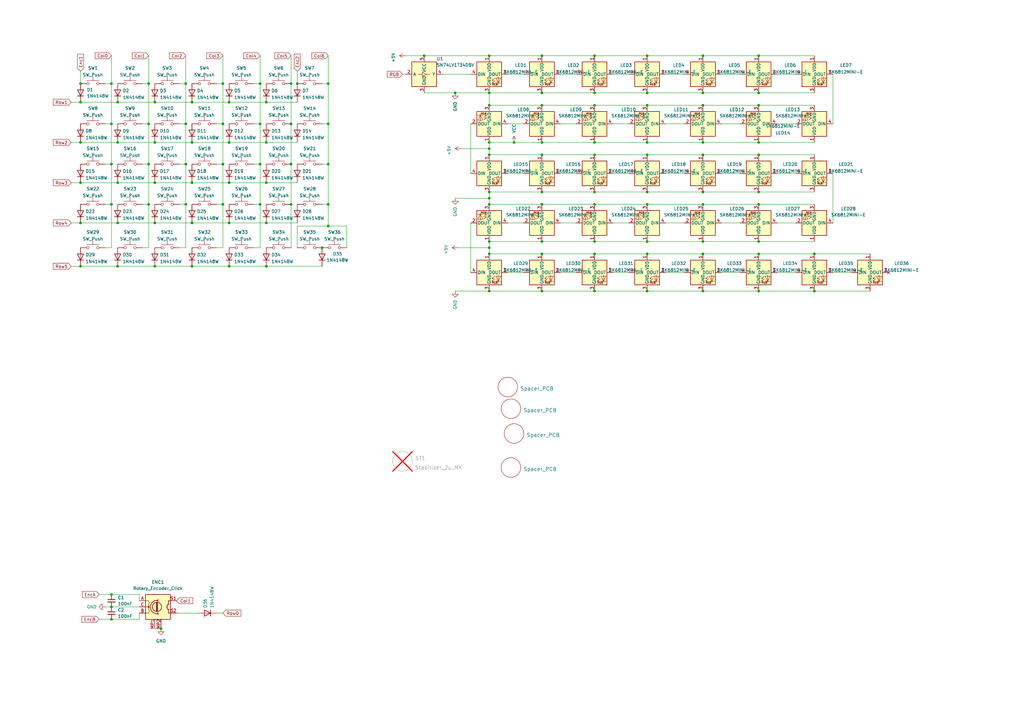
<source format=kicad_sch>
(kicad_sch (version 20230121) (generator eeschema)
  (paper "A3")
  (title_block (title "RefleXion - X65") (date "2024-02-06") (rev "v1.1.0") (company "Tweety's Wild Thinking") (comment 1 "Design: Markus Knutsson <markus.knutsson@tweety.se>") (comment 2 "Concept: Pedro Quaresma <pq@live.ie>") (comment 3 "https://github.com/TweetyDaBird") (comment 4 "Licensed under Creative Commons BY-SA 4.0 International"))
  (lib_symbols
    (symbol "Connector:USB_C_Receptacle_USB2.0" (pin_names (offset 1.016))
      (property "Reference" "J" (at -10.16 19.05 0))
      (property "Value" "USB_C_Receptacle_USB2.0" (at 19.05 19.05 0))
      (symbol "USB_C_Receptacle_USB2.0_1_1"
        (pin passive line (at 0 -22.86 90) (length 5.08) (name "GND") (number "A1"))
        (pin passive line (at 0 -22.86 90) (length 5.08) hide (name "GND") (number "A12"))
        (pin passive line (at 15.24 15.24 180) (length 5.08) (name "VBUS") (number "A4"))
        (pin bidirectional line (at 15.24 10.16 180) (length 5.08) (name "CC1") (number "A5"))
        (pin bidirectional line (at 15.24 -2.54 180) (length 5.08) (name "D+") (number "A6"))
        (pin bidirectional line (at 15.24 2.54 180) (length 5.08) (name "D-") (number "A7"))
        (pin bidirectional line (at 15.24 -12.7 180) (length 5.08) (name "SBU1") (number "A8"))
        (pin passive line (at 15.24 15.24 180) (length 5.08) hide (name "VBUS") (number "A9"))
        (pin passive line (at 0 -22.86 90) (length 5.08) hide (name "GND") (number "B1"))
        (pin passive line (at 0 -22.86 90) (length 5.08) hide (name "GND") (number "B12"))
        (pin passive line (at 15.24 15.24 180) (length 5.08) hide (name "VBUS") (number "B4"))
        (pin bidirectional line (at 15.24 7.62 180) (length 5.08) (name "CC2") (number "B5"))
        (pin bidirectional line (at 15.24 -5.08 180) (length 5.08) (name "D+") (number "B6"))
        (pin bidirectional line (at 15.24 0 180) (length 5.08) (name "D-") (number "B7"))
        (pin bidirectional line (at 15.24 -15.24 180) (length 5.08) (name "SBU2") (number "B8"))
        (pin passive line (at 15.24 15.24 180) (length 5.08) hide (name "VBUS") (number "B9"))
        (pin passive line (at -7.62 -22.86 90) (length 5.08) (name "SHIELD") (number "S1"))
      )
    )
    (symbol "Connector:USB_C_Receptacle_USB2.0_16P" (pin_names (offset 1.016))
      (property "Reference" "J" (at 0 22.225 0))
      (property "Value" "USB_C_Receptacle_USB2.0_16P" (at 0 19.685 0))
      (symbol "USB_C_Receptacle_USB2.0_16P_1_1"
        (pin passive line (at 0 -22.86 90) (length 5.08) (name "GND") (number "A1"))
        (pin passive line (at 0 -22.86 90) (length 5.08) hide (name "GND") (number "A12"))
        (pin passive line (at 15.24 15.24 180) (length 5.08) (name "VBUS") (number "A4"))
        (pin bidirectional line (at 15.24 10.16 180) (length 5.08) (name "CC1") (number "A5"))
        (pin bidirectional line (at 15.24 -2.54 180) (length 5.08) (name "D+") (number "A6"))
        (pin bidirectional line (at 15.24 2.54 180) (length 5.08) (name "D-") (number "A7"))
        (pin bidirectional line (at 15.24 -12.7 180) (length 5.08) (name "SBU1") (number "A8"))
        (pin passive line (at 15.24 15.24 180) (length 5.08) hide (name "VBUS") (number "A9"))
        (pin passive line (at 0 -22.86 90) (length 5.08) hide (name "GND") (number "B1"))
        (pin passive line (at 0 -22.86 90) (length 5.08) hide (name "GND") (number "B12"))
        (pin passive line (at 15.24 15.24 180) (length 5.08) hide (name "VBUS") (number "B4"))
        (pin bidirectional line (at 15.24 7.62 180) (length 5.08) (name "CC2") (number "B5"))
        (pin bidirectional line (at 15.24 -5.08 180) (length 5.08) (name "D+") (number "B6"))
        (pin bidirectional line (at 15.24 0 180) (length 5.08) (name "D-") (number "B7"))
        (pin bidirectional line (at 15.24 -15.24 180) (length 5.08) (name "SBU2") (number "B8"))
        (pin passive line (at 15.24 15.24 180) (length 5.08) hide (name "VBUS") (number "B9"))
        (pin passive line (at -7.62 -22.86 90) (length 5.08) (name "SHIELD") (number "S1"))
      )
    )
    (symbol "Device:C" (pin_numbers hide) (pin_names (offset 0.254))
      (property "Reference" "C" (at 0.635 2.54 0))
      (property "Value" "C" (at 0.635 -2.54 0))
      (symbol "C_1_1"
        (pin passive line (at 0 3.81 270) (length 2.794) (name "~") (number "1"))
        (pin passive line (at 0 -3.81 90) (length 2.794) (name "~") (number "2"))
      )
    )
    (symbol "Device:C_Small" (pin_numbers hide) (pin_names (offset 0.254) hide)
      (property "Reference" "C" (at 0.254 1.778 0))
      (property "Value" "C_Small" (at 0.254 -2.032 0))
      (symbol "C_Small_1_1"
        (pin passive line (at 0 2.54 270) (length 2.032) (name "~") (number "1"))
        (pin passive line (at 0 -2.54 90) (length 2.032) (name "~") (number "2"))
      )
    )
    (symbol "Device:Crystal_GND24" (pin_names (offset 1.016) hide)
      (property "Reference" "Y" (at 3.175 5.08 0))
      (property "Value" "Crystal_GND24" (at 3.175 3.175 0))
      (symbol "Crystal_GND24_1_1"
        (pin passive line (at -3.81 0 0) (length 1.27) (name "1") (number "1"))
        (pin passive line (at 0 5.08 270) (length 1.27) (name "2") (number "2"))
        (pin passive line (at 3.81 0 180) (length 1.27) (name "3") (number "3"))
        (pin passive line (at 0 -5.08 90) (length 1.27) (name "4") (number "4"))
      )
    )
    (symbol "Device:D_Schottky_Small" (pin_numbers hide) (pin_names (offset 0.254) hide)
      (property "Reference" "D" (at -1.27 2.032 0))
      (property "Value" "D_Schottky_Small" (at -7.112 -2.032 0))
      (symbol "D_Schottky_Small_1_1"
        (pin passive line (at -2.54 0 0) (length 1.778) (name "K") (number "1"))
        (pin passive line (at 2.54 0 180) (length 1.778) (name "A") (number "2"))
      )
    )
    (symbol "Device:Polyfuse_Small" (pin_numbers hide) (pin_names (offset 0))
      (property "Reference" "F" (at -1.905 0 90))
      (property "Value" "Polyfuse_Small" (at 1.905 0 90))
      (symbol "Polyfuse_Small_1_1"
        (pin passive line (at 0 2.54 270) (length 0.635) (name "~") (number "1"))
        (pin passive line (at 0 -2.54 90) (length 0.635) (name "~") (number "2"))
      )
    )
    (symbol "Device:R" (pin_numbers hide) (pin_names (offset 0))
      (property "Reference" "R" (at 2.032 0 90))
      (property "Value" "R" (at 0 0 90))
      (symbol "R_1_1"
        (pin passive line (at 0 3.81 270) (length 1.27) (name "~") (number "1"))
        (pin passive line (at 0 -3.81 90) (length 1.27) (name "~") (number "2"))
      )
    )
    (symbol "Device:R_Small" (pin_numbers hide) (pin_names (offset 0.254) hide)
      (property "Reference" "R" (at 0.762 0.508 0))
      (property "Value" "R_Small" (at 0.762 -1.016 0))
      (symbol "R_Small_1_1"
        (pin passive line (at 0 2.54 270) (length 0.762) (name "~") (number "1"))
        (pin passive line (at 0 -2.54 90) (length 0.762) (name "~") (number "2"))
      )
    )
    (symbol "Diode:1N4148W" (pin_numbers hide) (pin_names (offset 1.016) hide)
      (property "Reference" "D" (at 0 2.54 0))
      (property "Value" "1N4148W" (at 0 -2.54 0))
      (symbol "1N4148W_1_1"
        (pin passive line (at -3.81 0 0) (length 2.54) (name "K") (number "1"))
        (pin passive line (at 3.81 0 180) (length 2.54) (name "A") (number "2"))
      )
    )
    (symbol "Jumper:Jumper_2_Open" (pin_names (offset 0) hide)
      (property "Reference" "JP" (at 0 2.794 0))
      (property "Value" "Jumper_2_Open" (at 0 -2.286 0))
      (symbol "Jumper_2_Open_1_1"
        (pin passive line (at -5.08 0 0) (length 2.54) (name "A") (number "1"))
        (pin passive line (at 5.08 0 180) (length 2.54) (name "B") (number "2"))
      )
    )
    (symbol "Jumper:Jumper_3_Open" (pin_names (offset 0) hide)
      (property "Reference" "JP" (at -2.54 -2.54 0))
      (property "Value" "Jumper_3_Open" (at 0 2.794 0))
      (symbol "Jumper_3_Open_1_1"
        (pin passive line (at -6.35 0 0) (length 2.54) (name "A") (number "1"))
        (pin passive line (at 0 -3.81 90) (length 2.54) (name "C") (number "2"))
        (pin passive line (at 6.35 0 180) (length 2.54) (name "B") (number "3"))
      )
    )
    (symbol "Keyboard Common:OLED_4pin" (pin_names (offset 1.016))
      (property "Reference" "OLED" (at 0 5.08 0))
      (property "Value" "OLED_4pin" (at 0 -7.62 0))
      (symbol "OLED_4pin_1_1"
        (pin passive line (at -5.08 2.54 0) (length 3.81) (name "GND") (number "1"))
        (pin passive line (at -5.08 0 0) (length 3.81) (name "VCC") (number "2"))
        (pin passive line (at -5.08 -2.54 0) (length 3.81) (name "SCL") (number "3"))
        (pin passive line (at -5.08 -5.08 0) (length 3.81) (name "SDA") (number "4"))
      )
    )
    (symbol "Keyboard Common:SK6812MINI-E" (pin_names (offset 0.254))
      (property "Reference" "RGB" (at 5.08 5.715 0))
      (symbol "SK6812MINI-E_0_0"
        (text "RGB" (at 2.286 -4.191 0) (effects (font (size 0.762 0.762))))
      )
      (symbol "SK6812MINI-E_1_1"
        (pin power_in line (at 0 7.62 270) (length 2.54) (name "VDD") (number "1"))
        (pin output line (at 7.62 0 180) (length 2.54) (name "DOUT") (number "2"))
        (pin power_in line (at 0 -7.62 90) (length 2.54) (name "GND") (number "3"))
        (pin input line (at -7.62 0 0) (length 2.54) (name "DIN") (number "4"))
      )
    )
    (symbol "Keyboard Common:TS-A002" (pin_numbers hide) (pin_names (offset 1.016) hide)
      (property "Reference" "RES1" (at 1.27 2.54 0))
      (property "Value" "TS-A002" (at 0 -1.524 0))
      (symbol "TS-A002_0_1"
        (pin passive line (at -5.08 0 0) (length 2.54) (name "1") (number "1"))
        (pin passive line (at 5.08 0 180) (length 2.54) (name "2") (number "2"))
        (pin passive line (at 0 -2.54 90) (length 2.54) (name "3") (number "3"))
      )
    )
    (symbol "Keyboard Switches:Rotary_Encoder_Click" (pin_names (offset 0.254) hide)
      (property "Reference" "ENC" (at 0 6.604 0))
      (property "Value" "Rotary_Encoder_Click" (at 0 8.89 0))
      (symbol "Rotary_Encoder_Click_1_1"
        (pin passive line (at -7.62 2.54 0) (length 2.54) (name "A") (number "A"))
        (pin passive line (at -7.62 -2.54 0) (length 2.54) (name "B") (number "B"))
        (pin passive line (at -7.62 0 0) (length 2.54) (name "C") (number "C"))
        (pin power_in line (at -1.27 -8.89 90) (length 3.7084) (name "GND") (number "MP1"))
        (pin power_in line (at 1.27 -8.89 90) (length 3.7592) (name "GND") (number "MP2"))
        (pin passive line (at 7.62 2.54 180) (length 2.54) (name "S1") (number "S1"))
        (pin passive line (at 7.62 -2.54 180) (length 2.54) (name "S2") (number "S2"))
      )
    )
    (symbol "Keyboard Switches:SW_MX_HotSwap_Reversible" (pin_numbers hide) (pin_names (offset 1.016) hide)
      (property "Reference" "SW" (at 1.27 2.54 0))
      (property "Value" "SW_MX_HotSwap_Reversible" (at 0 -1.524 0))
      (symbol "SW_MX_HotSwap_Reversible_0_1"
        (pin passive line (at -5.08 0 0) (length 2.54) (name "1") (number "1"))
        (pin passive line (at 5.08 0 180) (length 2.54) (name "2") (number "2"))
      )
    )
    (symbol "Keyboard Switches:Stabilizer_2u_MX" (pin_names (offset 1.016))
      (property "Reference" "ST1" (at 0 -1.27 0))
      (property "Value" "Stabilizer_2u_MX" (at 0 1.27 0))
    )
    (symbol "Keyboard_Plate:Spacer_PCB" (pin_names (offset 1.016))
      (property "Value" "Spacer_PCB" (at 0 1.27 0))
    )
    (symbol "LCSC Parts:Ferrite Bead" (pin_numbers hide) (pin_names (offset 0))
      (property "Reference" "FB" (at 1.905 1.27 0))
      (property "Value" "Ferrite Bead" (at 1.905 -1.27 0))
      (symbol "Ferrite Bead_1_1"
        (pin passive line (at 0 2.54 270) (length 1.27) (name "~") (number "1"))
        (pin passive line (at 0 -2.54 90) (length 1.27) (name "~") (number "2"))
      )
    )
    (symbol "LCSC Parts:SRV05-4" (pin_names (offset 0))
      (property "Reference" "U" (at -5.08 11.43 0))
      (property "Value" "SRV05-4" (at 2.54 11.43 0))
      (symbol "SRV05-4_1_1"
        (pin passive line (at -12.7 2.54 0) (length 5.08) (name "IO1") (number "1"))
        (pin passive line (at 0 -12.7 90) (length 2.54) (name "VN") (number "2"))
        (pin passive line (at -12.7 -2.54 0) (length 5.08) (name "IO2") (number "3"))
        (pin passive line (at 12.7 2.54 180) (length 5.08) (name "IO3") (number "4"))
        (pin passive line (at 0 12.7 270) (length 2.54) (name "VP") (number "5"))
        (pin passive line (at 12.7 -2.54 180) (length 5.08) (name "IO4") (number "6"))
      )
    )
    (symbol "Logic_LevelTranslator:SN74LV1T34DBV"
      (property "Reference" "U" (at 5.08 6.35 0))
      (property "Value" "SN74LV1T34DBV" (at 5.08 3.81 0))
      (symbol "SN74LV1T34DBV_1_1"
        (pin no_connect line (at -5.08 2.54 0) (length 2.54) hide (name "NC") (number "1"))
        (pin input line (at -7.62 0 0) (length 2.54) (name "A") (number "2"))
        (pin power_in line (at 0 -7.62 90) (length 2.54) (name "GND") (number "3"))
        (pin output line (at 7.62 0 180) (length 2.54) (name "Y") (number "4"))
        (pin power_in line (at 0 7.62 270) (length 2.54) (name "VCC") (number "5"))
      )
    )
    (symbol "Logotypes:CC-BY-SA-4.0" (pin_names (offset 1.016))
      (property "Reference" "Logo" (at 0 1.27 0))
      (property "Value" "CC-BY-SA-4.0" (at 0 -1.27 0))
    )
    (symbol "Logotypes:QMK_Logo" (pin_numbers hide) (pin_names (offset 0) hide) (in_bom no)
      (property "Reference" "Logo" (at 0 0 0))
      (property "Value" "QMK_Logo" (at 0 2.54 0))
    )
    (symbol "MCU_RaspberryPi:RP2040"
      (property "Reference" "U" (at 17.78 45.72 0))
      (property "Value" "RP2040" (at 17.78 43.18 0))
      (symbol "RP2040_1_1"
        (pin power_in line (at 2.54 45.72 270) (length 3.81) (name "IOVDD") (number "1"))
        (pin passive line (at 2.54 45.72 270) (length 3.81) hide (name "IOVDD") (number "10"))
        (pin bidirectional line (at 25.4 17.78 180) (length 3.81) (name "GPIO8") (number "11"))
        (pin bidirectional line (at 25.4 15.24 180) (length 3.81) (name "GPIO9") (number "12"))
        (pin bidirectional line (at 25.4 12.7 180) (length 3.81) (name "GPIO10") (number "13"))
        (pin bidirectional line (at 25.4 10.16 180) (length 3.81) (name "GPIO11") (number "14"))
        (pin bidirectional line (at 25.4 7.62 180) (length 3.81) (name "GPIO12") (number "15"))
        (pin bidirectional line (at 25.4 5.08 180) (length 3.81) (name "GPIO13") (number "16"))
        (pin bidirectional line (at 25.4 2.54 180) (length 3.81) (name "GPIO14") (number "17"))
        (pin bidirectional line (at 25.4 0 180) (length 3.81) (name "GPIO15") (number "18"))
        (pin input line (at -25.4 -38.1 0) (length 3.81) (name "TESTEN") (number "19"))
        (pin bidirectional line (at 25.4 38.1 180) (length 3.81) (name "GPIO0") (number "2"))
        (pin input line (at -25.4 -7.62 0) (length 3.81) (name "XIN") (number "20"))
        (pin passive line (at -25.4 -17.78 0) (length 3.81) (name "XOUT") (number "21"))
        (pin passive line (at 2.54 45.72 270) (length 3.81) hide (name "IOVDD") (number "22"))
        (pin power_in line (at -2.54 45.72 270) (length 3.81) (name "DVDD") (number "23"))
        (pin input line (at -25.4 -27.94 0) (length 3.81) (name "SWCLK") (number "24"))
        (pin bidirectional line (at -25.4 -30.48 0) (length 3.81) (name "SWD") (number "25"))
        (pin input line (at -25.4 38.1 0) (length 3.81) (name "RUN") (number "26"))
        (pin bidirectional line (at 25.4 -2.54 180) (length 3.81) (name "GPIO16") (number "27"))
        (pin bidirectional line (at 25.4 -5.08 180) (length 3.81) (name "GPIO17") (number "28"))
        (pin bidirectional line (at 25.4 -7.62 180) (length 3.81) (name "GPIO18") (number "29"))
        (pin bidirectional line (at 25.4 35.56 180) (length 3.81) (name "GPIO1") (number "3"))
        (pin bidirectional line (at 25.4 -10.16 180) (length 3.81) (name "GPIO19") (number "30"))
        (pin bidirectional line (at 25.4 -12.7 180) (length 3.81) (name "GPIO20") (number "31"))
        (pin bidirectional line (at 25.4 -15.24 180) (length 3.81) (name "GPIO21") (number "32"))
        (pin passive line (at 2.54 45.72 270) (length 3.81) hide (name "IOVDD") (number "33"))
        (pin bidirectional line (at 25.4 -17.78 180) (length 3.81) (name "GPIO22") (number "34"))
        (pin bidirectional line (at 25.4 -20.32 180) (length 3.81) (name "GPIO23") (number "35"))
        (pin bidirectional line (at 25.4 -22.86 180) (length 3.81) (name "GPIO24") (number "36"))
        (pin bidirectional line (at 25.4 -25.4 180) (length 3.81) (name "GPIO25") (number "37"))
        (pin bidirectional line (at 25.4 -30.48 180) (length 3.81) (name "GPIO26_ADC0") (number "38"))
        (pin bidirectional line (at 25.4 -33.02 180) (length 3.81) (name "GPIO27_ADC1") (number "39"))
        (pin bidirectional line (at 25.4 33.02 180) (length 3.81) (name "GPIO2") (number "4"))
        (pin bidirectional line (at 25.4 -35.56 180) (length 3.81) (name "GPIO28_ADC2") (number "40"))
        (pin bidirectional line (at 25.4 -38.1 180) (length 3.81) (name "GPIO29_ADC3") (number "41"))
        (pin passive line (at 2.54 45.72 270) (length 3.81) hide (name "IOVDD") (number "42"))
        (pin power_in line (at 7.62 45.72 270) (length 3.81) (name "ADC_AVDD") (number "43"))
        (pin power_in line (at 10.16 45.72 270) (length 3.81) (name "VREG_IN") (number "44"))
        (pin power_out line (at -5.08 45.72 270) (length 3.81) (name "VREG_VOUT") (number "45"))
        (pin bidirectional line (at -25.4 27.94 0) (length 3.81) (name "USB_DM") (number "46"))
        (pin bidirectional line (at -25.4 30.48 0) (length 3.81) (name "USB_DP") (number "47"))
        (pin power_in line (at 5.08 45.72 270) (length 3.81) (name "USB_VDD") (number "48"))
        (pin passive line (at 2.54 45.72 270) (length 3.81) hide (name "IOVDD") (number "49"))
        (pin bidirectional line (at 25.4 30.48 180) (length 3.81) (name "GPIO3") (number "5"))
        (pin passive line (at -2.54 45.72 270) (length 3.81) hide (name "DVDD") (number "50"))
        (pin bidirectional line (at -25.4 7.62 0) (length 3.81) (name "QSPI_SD3") (number "51"))
        (pin output line (at -25.4 5.08 0) (length 3.81) (name "QSPI_SCLK") (number "52"))
        (pin bidirectional line (at -25.4 15.24 0) (length 3.81) (name "QSPI_SD0") (number "53"))
        (pin bidirectional line (at -25.4 10.16 0) (length 3.81) (name "QSPI_SD2") (number "54"))
        (pin bidirectional line (at -25.4 12.7 0) (length 3.81) (name "QSPI_SD1") (number "55"))
        (pin bidirectional line (at -25.4 20.32 0) (length 3.81) (name "QSPI_SS") (number "56"))
        (pin power_in line (at 0 -45.72 90) (length 3.81) (name "GND") (number "57"))
        (pin bidirectional line (at 25.4 27.94 180) (length 3.81) (name "GPIO4") (number "6"))
        (pin bidirectional line (at 25.4 25.4 180) (length 3.81) (name "GPIO5") (number "7"))
        (pin bidirectional line (at 25.4 22.86 180) (length 3.81) (name "GPIO6") (number "8"))
        (pin bidirectional line (at 25.4 20.32 180) (length 3.81) (name "GPIO7") (number "9"))
      )
    )
    (symbol "Memory_Flash:W25Q32JVSS"
      (property "Reference" "U" (at -6.35 11.43 0))
      (property "Value" "W25Q32JVSS" (at 7.62 11.43 0))
      (symbol "W25Q32JVSS_1_1"
        (pin input line (at -10.16 7.62 0) (length 2.54) (name "~{CS}") (number "1"))
        (pin bidirectional line (at -10.16 0 0) (length 2.54) (name "DO(IO1)") (number "2"))
        (pin bidirectional line (at -10.16 -2.54 0) (length 2.54) (name "IO2") (number "3"))
        (pin power_in line (at 0 -12.7 90) (length 2.54) (name "GND") (number "4"))
        (pin bidirectional line (at -10.16 2.54 0) (length 2.54) (name "DI(IO0)") (number "5"))
        (pin input line (at -10.16 5.08 0) (length 2.54) (name "CLK") (number "6"))
        (pin bidirectional line (at -10.16 -5.08 0) (length 2.54) (name "IO3") (number "7"))
        (pin power_in line (at 0 12.7 270) (length 2.54) (name "VCC") (number "8"))
      )
    )
    (symbol "Regulator_Linear:SPX3819M5-L-3-3" (pin_names (offset 0.254))
      (property "Reference" "U" (at -3.81 5.715 0))
      (property "Value" "SPX3819M5-L-3-3" (at 0 5.715 0))
      (symbol "SPX3819M5-L-3-3_1_1"
        (pin power_in line (at -7.62 2.54 0) (length 2.54) (name "IN") (number "1"))
        (pin power_in line (at 0 -7.62 90) (length 2.54) (name "GND") (number "2"))
        (pin input line (at -7.62 0 0) (length 2.54) (name "EN") (number "3"))
        (pin input line (at 7.62 0 180) (length 2.54) (name "BP") (number "4"))
        (pin power_out line (at 7.62 2.54 180) (length 2.54) (name "OUT") (number "5"))
      )
    )
    (symbol "SK6812MINI-E_1" (pin_names (offset 0.254))
      (property "Reference" "RGB" (at 5.08 5.715 0))
      (symbol "SK6812MINI-E_1_0_0"
        (text "RGB" (at 2.286 -4.191 0) (effects (font (size 0.762 0.762))))
      )
      (symbol "SK6812MINI-E_1_1_1"
        (pin power_in line (at 0 7.62 270) (length 2.54) (name "VDD") (number "1"))
        (pin output line (at 7.62 0 180) (length 2.54) (name "DOUT") (number "2"))
        (pin power_in line (at 0 -7.62 90) (length 2.54) (name "GND") (number "3"))
        (pin input line (at -7.62 0 0) (length 2.54) (name "DIN") (number "4"))
      )
    )
    (symbol "SK6812MINI-E_10" (pin_names (offset 0.254))
      (property "Reference" "RGB" (at 5.08 5.715 0))
      (symbol "SK6812MINI-E_10_0_0"
        (text "RGB" (at 2.286 -4.191 0) (effects (font (size 0.762 0.762))))
      )
      (symbol "SK6812MINI-E_10_1_1"
        (pin power_in line (at 0 7.62 270) (length 2.54) (name "VDD") (number "1"))
        (pin output line (at 7.62 0 180) (length 2.54) (name "DOUT") (number "2"))
        (pin power_in line (at 0 -7.62 90) (length 2.54) (name "GND") (number "3"))
        (pin input line (at -7.62 0 0) (length 2.54) (name "DIN") (number "4"))
      )
    )
    (symbol "SK6812MINI-E_11" (pin_names (offset 0.254))
      (property "Reference" "RGB" (at 5.08 5.715 0))
      (symbol "SK6812MINI-E_11_0_0"
        (text "RGB" (at 2.286 -4.191 0) (effects (font (size 0.762 0.762))))
      )
      (symbol "SK6812MINI-E_11_1_1"
        (pin power_in line (at 0 7.62 270) (length 2.54) (name "VDD") (number "1"))
        (pin output line (at 7.62 0 180) (length 2.54) (name "DOUT") (number "2"))
        (pin power_in line (at 0 -7.62 90) (length 2.54) (name "GND") (number "3"))
        (pin input line (at -7.62 0 0) (length 2.54) (name "DIN") (number "4"))
      )
    )
    (symbol "SK6812MINI-E_12" (pin_names (offset 0.254))
      (property "Reference" "RGB" (at 5.08 5.715 0))
      (symbol "SK6812MINI-E_12_0_0"
        (text "RGB" (at 2.286 -4.191 0) (effects (font (size 0.762 0.762))))
      )
      (symbol "SK6812MINI-E_12_1_1"
        (pin power_in line (at 0 7.62 270) (length 2.54) (name "VDD") (number "1"))
        (pin output line (at 7.62 0 180) (length 2.54) (name "DOUT") (number "2"))
        (pin power_in line (at 0 -7.62 90) (length 2.54) (name "GND") (number "3"))
        (pin input line (at -7.62 0 0) (length 2.54) (name "DIN") (number "4"))
      )
    )
    (symbol "SK6812MINI-E_13" (pin_names (offset 0.254))
      (property "Reference" "RGB" (at 5.08 5.715 0))
      (symbol "SK6812MINI-E_13_0_0"
        (text "RGB" (at 2.286 -4.191 0) (effects (font (size 0.762 0.762))))
      )
      (symbol "SK6812MINI-E_13_1_1"
        (pin power_in line (at 0 7.62 270) (length 2.54) (name "VDD") (number "1"))
        (pin output line (at 7.62 0 180) (length 2.54) (name "DOUT") (number "2"))
        (pin power_in line (at 0 -7.62 90) (length 2.54) (name "GND") (number "3"))
        (pin input line (at -7.62 0 0) (length 2.54) (name "DIN") (number "4"))
      )
    )
    (symbol "SK6812MINI-E_14" (pin_names (offset 0.254))
      (property "Reference" "RGB" (at 5.08 5.715 0))
      (symbol "SK6812MINI-E_14_0_0"
        (text "RGB" (at 2.286 -4.191 0) (effects (font (size 0.762 0.762))))
      )
      (symbol "SK6812MINI-E_14_1_1"
        (pin power_in line (at 0 7.62 270) (length 2.54) (name "VDD") (number "1"))
        (pin output line (at 7.62 0 180) (length 2.54) (name "DOUT") (number "2"))
        (pin power_in line (at 0 -7.62 90) (length 2.54) (name "GND") (number "3"))
        (pin input line (at -7.62 0 0) (length 2.54) (name "DIN") (number "4"))
      )
    )
    (symbol "SK6812MINI-E_15" (pin_names (offset 0.254))
      (property "Reference" "RGB" (at 5.08 5.715 0))
      (symbol "SK6812MINI-E_15_0_0"
        (text "RGB" (at 2.286 -4.191 0) (effects (font (size 0.762 0.762))))
      )
      (symbol "SK6812MINI-E_15_1_1"
        (pin power_in line (at 0 7.62 270) (length 2.54) (name "VDD") (number "1"))
        (pin output line (at 7.62 0 180) (length 2.54) (name "DOUT") (number "2"))
        (pin power_in line (at 0 -7.62 90) (length 2.54) (name "GND") (number "3"))
        (pin input line (at -7.62 0 0) (length 2.54) (name "DIN") (number "4"))
      )
    )
    (symbol "SK6812MINI-E_16" (pin_names (offset 0.254))
      (property "Reference" "RGB" (at 5.08 5.715 0))
      (symbol "SK6812MINI-E_16_0_0"
        (text "RGB" (at 2.286 -4.191 0) (effects (font (size 0.762 0.762))))
      )
      (symbol "SK6812MINI-E_16_1_1"
        (pin power_in line (at 0 7.62 270) (length 2.54) (name "VDD") (number "1"))
        (pin output line (at 7.62 0 180) (length 2.54) (name "DOUT") (number "2"))
        (pin power_in line (at 0 -7.62 90) (length 2.54) (name "GND") (number "3"))
        (pin input line (at -7.62 0 0) (length 2.54) (name "DIN") (number "4"))
      )
    )
    (symbol "SK6812MINI-E_17" (pin_names (offset 0.254))
      (property "Reference" "RGB" (at 5.08 5.715 0))
      (symbol "SK6812MINI-E_17_0_0"
        (text "RGB" (at 2.286 -4.191 0) (effects (font (size 0.762 0.762))))
      )
      (symbol "SK6812MINI-E_17_1_1"
        (pin power_in line (at 0 7.62 270) (length 2.54) (name "VDD") (number "1"))
        (pin output line (at 7.62 0 180) (length 2.54) (name "DOUT") (number "2"))
        (pin power_in line (at 0 -7.62 90) (length 2.54) (name "GND") (number "3"))
        (pin input line (at -7.62 0 0) (length 2.54) (name "DIN") (number "4"))
      )
    )
    (symbol "SK6812MINI-E_18" (pin_names (offset 0.254))
      (property "Reference" "RGB" (at 5.08 5.715 0))
      (symbol "SK6812MINI-E_18_0_0"
        (text "RGB" (at 2.286 -4.191 0) (effects (font (size 0.762 0.762))))
      )
      (symbol "SK6812MINI-E_18_1_1"
        (pin power_in line (at 0 7.62 270) (length 2.54) (name "VDD") (number "1"))
        (pin output line (at 7.62 0 180) (length 2.54) (name "DOUT") (number "2"))
        (pin power_in line (at 0 -7.62 90) (length 2.54) (name "GND") (number "3"))
        (pin input line (at -7.62 0 0) (length 2.54) (name "DIN") (number "4"))
      )
    )
    (symbol "SK6812MINI-E_19" (pin_names (offset 0.254))
      (property "Reference" "RGB" (at 5.08 5.715 0))
      (symbol "SK6812MINI-E_19_0_0"
        (text "RGB" (at 2.286 -4.191 0) (effects (font (size 0.762 0.762))))
      )
      (symbol "SK6812MINI-E_19_1_1"
        (pin power_in line (at 0 7.62 270) (length 2.54) (name "VDD") (number "1"))
        (pin output line (at 7.62 0 180) (length 2.54) (name "DOUT") (number "2"))
        (pin power_in line (at 0 -7.62 90) (length 2.54) (name "GND") (number "3"))
        (pin input line (at -7.62 0 0) (length 2.54) (name "DIN") (number "4"))
      )
    )
    (symbol "SK6812MINI-E_2" (pin_names (offset 0.254))
      (property "Reference" "RGB" (at 5.08 5.715 0))
      (symbol "SK6812MINI-E_2_0_0"
        (text "RGB" (at 2.286 -4.191 0) (effects (font (size 0.762 0.762))))
      )
      (symbol "SK6812MINI-E_2_1_1"
        (pin power_in line (at 0 7.62 270) (length 2.54) (name "VDD") (number "1"))
        (pin output line (at 7.62 0 180) (length 2.54) (name "DOUT") (number "2"))
        (pin power_in line (at 0 -7.62 90) (length 2.54) (name "GND") (number "3"))
        (pin input line (at -7.62 0 0) (length 2.54) (name "DIN") (number "4"))
      )
    )
    (symbol "SK6812MINI-E_20" (pin_names (offset 0.254))
      (property "Reference" "RGB" (at 5.08 5.715 0))
      (symbol "SK6812MINI-E_20_0_0"
        (text "RGB" (at 2.286 -4.191 0) (effects (font (size 0.762 0.762))))
      )
      (symbol "SK6812MINI-E_20_1_1"
        (pin power_in line (at 0 7.62 270) (length 2.54) (name "VDD") (number "1"))
        (pin output line (at 7.62 0 180) (length 2.54) (name "DOUT") (number "2"))
        (pin power_in line (at 0 -7.62 90) (length 2.54) (name "GND") (number "3"))
        (pin input line (at -7.62 0 0) (length 2.54) (name "DIN") (number "4"))
      )
    )
    (symbol "SK6812MINI-E_21" (pin_names (offset 0.254))
      (property "Reference" "RGB" (at 5.08 5.715 0))
      (symbol "SK6812MINI-E_21_0_0"
        (text "RGB" (at 2.286 -4.191 0) (effects (font (size 0.762 0.762))))
      )
      (symbol "SK6812MINI-E_21_1_1"
        (pin power_in line (at 0 7.62 270) (length 2.54) (name "VDD") (number "1"))
        (pin output line (at 7.62 0 180) (length 2.54) (name "DOUT") (number "2"))
        (pin power_in line (at 0 -7.62 90) (length 2.54) (name "GND") (number "3"))
        (pin input line (at -7.62 0 0) (length 2.54) (name "DIN") (number "4"))
      )
    )
    (symbol "SK6812MINI-E_22" (pin_names (offset 0.254))
      (property "Reference" "RGB" (at 5.08 5.715 0))
      (symbol "SK6812MINI-E_22_0_0"
        (text "RGB" (at 2.286 -4.191 0) (effects (font (size 0.762 0.762))))
      )
      (symbol "SK6812MINI-E_22_1_1"
        (pin power_in line (at 0 7.62 270) (length 2.54) (name "VDD") (number "1"))
        (pin output line (at 7.62 0 180) (length 2.54) (name "DOUT") (number "2"))
        (pin power_in line (at 0 -7.62 90) (length 2.54) (name "GND") (number "3"))
        (pin input line (at -7.62 0 0) (length 2.54) (name "DIN") (number "4"))
      )
    )
    (symbol "SK6812MINI-E_23" (pin_names (offset 0.254))
      (property "Reference" "RGB" (at 5.08 5.715 0))
      (symbol "SK6812MINI-E_23_0_0"
        (text "RGB" (at 2.286 -4.191 0) (effects (font (size 0.762 0.762))))
      )
      (symbol "SK6812MINI-E_23_1_1"
        (pin power_in line (at 0 7.62 270) (length 2.54) (name "VDD") (number "1"))
        (pin output line (at 7.62 0 180) (length 2.54) (name "DOUT") (number "2"))
        (pin power_in line (at 0 -7.62 90) (length 2.54) (name "GND") (number "3"))
        (pin input line (at -7.62 0 0) (length 2.54) (name "DIN") (number "4"))
      )
    )
    (symbol "SK6812MINI-E_24" (pin_names (offset 0.254))
      (property "Reference" "RGB" (at 5.08 5.715 0))
      (symbol "SK6812MINI-E_24_0_0"
        (text "RGB" (at 2.286 -4.191 0) (effects (font (size 0.762 0.762))))
      )
      (symbol "SK6812MINI-E_24_1_1"
        (pin power_in line (at 0 7.62 270) (length 2.54) (name "VDD") (number "1"))
        (pin output line (at 7.62 0 180) (length 2.54) (name "DOUT") (number "2"))
        (pin power_in line (at 0 -7.62 90) (length 2.54) (name "GND") (number "3"))
        (pin input line (at -7.62 0 0) (length 2.54) (name "DIN") (number "4"))
      )
    )
    (symbol "SK6812MINI-E_25" (pin_names (offset 0.254))
      (property "Reference" "RGB" (at 5.08 5.715 0))
      (symbol "SK6812MINI-E_25_0_0"
        (text "RGB" (at 2.286 -4.191 0) (effects (font (size 0.762 0.762))))
      )
      (symbol "SK6812MINI-E_25_1_1"
        (pin power_in line (at 0 7.62 270) (length 2.54) (name "VDD") (number "1"))
        (pin output line (at 7.62 0 180) (length 2.54) (name "DOUT") (number "2"))
        (pin power_in line (at 0 -7.62 90) (length 2.54) (name "GND") (number "3"))
        (pin input line (at -7.62 0 0) (length 2.54) (name "DIN") (number "4"))
      )
    )
    (symbol "SK6812MINI-E_26" (pin_names (offset 0.254))
      (property "Reference" "RGB" (at 5.08 5.715 0))
      (symbol "SK6812MINI-E_26_0_0"
        (text "RGB" (at 2.286 -4.191 0) (effects (font (size 0.762 0.762))))
      )
      (symbol "SK6812MINI-E_26_1_1"
        (pin power_in line (at 0 7.62 270) (length 2.54) (name "VDD") (number "1"))
        (pin output line (at 7.62 0 180) (length 2.54) (name "DOUT") (number "2"))
        (pin power_in line (at 0 -7.62 90) (length 2.54) (name "GND") (number "3"))
        (pin input line (at -7.62 0 0) (length 2.54) (name "DIN") (number "4"))
      )
    )
    (symbol "SK6812MINI-E_27" (pin_names (offset 0.254))
      (property "Reference" "RGB" (at 5.08 5.715 0))
      (symbol "SK6812MINI-E_27_0_0"
        (text "RGB" (at 2.286 -4.191 0) (effects (font (size 0.762 0.762))))
      )
      (symbol "SK6812MINI-E_27_1_1"
        (pin power_in line (at 0 7.62 270) (length 2.54) (name "VDD") (number "1"))
        (pin output line (at 7.62 0 180) (length 2.54) (name "DOUT") (number "2"))
        (pin power_in line (at 0 -7.62 90) (length 2.54) (name "GND") (number "3"))
        (pin input line (at -7.62 0 0) (length 2.54) (name "DIN") (number "4"))
      )
    )
    (symbol "SK6812MINI-E_28" (pin_names (offset 0.254))
      (property "Reference" "RGB" (at 5.08 5.715 0))
      (symbol "SK6812MINI-E_28_0_0"
        (text "RGB" (at 2.286 -4.191 0) (effects (font (size 0.762 0.762))))
      )
      (symbol "SK6812MINI-E_28_1_1"
        (pin power_in line (at 0 7.62 270) (length 2.54) (name "VDD") (number "1"))
        (pin output line (at 7.62 0 180) (length 2.54) (name "DOUT") (number "2"))
        (pin power_in line (at 0 -7.62 90) (length 2.54) (name "GND") (number "3"))
        (pin input line (at -7.62 0 0) (length 2.54) (name "DIN") (number "4"))
      )
    )
    (symbol "SK6812MINI-E_29" (pin_names (offset 0.254))
      (property "Reference" "RGB" (at 5.08 5.715 0))
      (symbol "SK6812MINI-E_29_0_0"
        (text "RGB" (at 2.286 -4.191 0) (effects (font (size 0.762 0.762))))
      )
      (symbol "SK6812MINI-E_29_1_1"
        (pin power_in line (at 0 7.62 270) (length 2.54) (name "VDD") (number "1"))
        (pin output line (at 7.62 0 180) (length 2.54) (name "DOUT") (number "2"))
        (pin power_in line (at 0 -7.62 90) (length 2.54) (name "GND") (number "3"))
        (pin input line (at -7.62 0 0) (length 2.54) (name "DIN") (number "4"))
      )
    )
    (symbol "SK6812MINI-E_3" (pin_names (offset 0.254))
      (property "Reference" "RGB" (at 5.08 5.715 0))
      (symbol "SK6812MINI-E_3_0_0"
        (text "RGB" (at 2.286 -4.191 0) (effects (font (size 0.762 0.762))))
      )
      (symbol "SK6812MINI-E_3_1_1"
        (pin power_in line (at 0 7.62 270) (length 2.54) (name "VDD") (number "1"))
        (pin output line (at 7.62 0 180) (length 2.54) (name "DOUT") (number "2"))
        (pin power_in line (at 0 -7.62 90) (length 2.54) (name "GND") (number "3"))
        (pin input line (at -7.62 0 0) (length 2.54) (name "DIN") (number "4"))
      )
    )
    (symbol "SK6812MINI-E_30" (pin_names (offset 0.254))
      (property "Reference" "RGB" (at 5.08 5.715 0))
      (symbol "SK6812MINI-E_30_0_0"
        (text "RGB" (at 2.286 -4.191 0) (effects (font (size 0.762 0.762))))
      )
      (symbol "SK6812MINI-E_30_1_1"
        (pin power_in line (at 0 7.62 270) (length 2.54) (name "VDD") (number "1"))
        (pin output line (at 7.62 0 180) (length 2.54) (name "DOUT") (number "2"))
        (pin power_in line (at 0 -7.62 90) (length 2.54) (name "GND") (number "3"))
        (pin input line (at -7.62 0 0) (length 2.54) (name "DIN") (number "4"))
      )
    )
    (symbol "SK6812MINI-E_31" (pin_names (offset 0.254))
      (property "Reference" "RGB" (at 5.08 5.715 0))
      (symbol "SK6812MINI-E_31_0_0"
        (text "RGB" (at 2.286 -4.191 0) (effects (font (size 0.762 0.762))))
      )
      (symbol "SK6812MINI-E_31_1_1"
        (pin power_in line (at 0 7.62 270) (length 2.54) (name "VDD") (number "1"))
        (pin output line (at 7.62 0 180) (length 2.54) (name "DOUT") (number "2"))
        (pin power_in line (at 0 -7.62 90) (length 2.54) (name "GND") (number "3"))
        (pin input line (at -7.62 0 0) (length 2.54) (name "DIN") (number "4"))
      )
    )
    (symbol "SK6812MINI-E_32" (pin_names (offset 0.254))
      (property "Reference" "RGB" (at 5.08 5.715 0))
      (symbol "SK6812MINI-E_32_0_0"
        (text "RGB" (at 2.286 -4.191 0) (effects (font (size 0.762 0.762))))
      )
      (symbol "SK6812MINI-E_32_1_1"
        (pin power_in line (at 0 7.62 270) (length 2.54) (name "VDD") (number "1"))
        (pin output line (at 7.62 0 180) (length 2.54) (name "DOUT") (number "2"))
        (pin power_in line (at 0 -7.62 90) (length 2.54) (name "GND") (number "3"))
        (pin input line (at -7.62 0 0) (length 2.54) (name "DIN") (number "4"))
      )
    )
    (symbol "SK6812MINI-E_33" (pin_names (offset 0.254))
      (property "Reference" "RGB" (at 5.08 5.715 0))
      (symbol "SK6812MINI-E_33_0_0"
        (text "RGB" (at 2.286 -4.191 0) (effects (font (size 0.762 0.762))))
      )
      (symbol "SK6812MINI-E_33_1_1"
        (pin power_in line (at 0 7.62 270) (length 2.54) (name "VDD") (number "1"))
        (pin output line (at 7.62 0 180) (length 2.54) (name "DOUT") (number "2"))
        (pin power_in line (at 0 -7.62 90) (length 2.54) (name "GND") (number "3"))
        (pin input line (at -7.62 0 0) (length 2.54) (name "DIN") (number "4"))
      )
    )
    (symbol "SK6812MINI-E_4" (pin_names (offset 0.254))
      (property "Reference" "RGB" (at 5.08 5.715 0))
      (symbol "SK6812MINI-E_4_0_0"
        (text "RGB" (at 2.286 -4.191 0) (effects (font (size 0.762 0.762))))
      )
      (symbol "SK6812MINI-E_4_1_1"
        (pin power_in line (at 0 7.62 270) (length 2.54) (name "VDD") (number "1"))
        (pin output line (at 7.62 0 180) (length 2.54) (name "DOUT") (number "2"))
        (pin power_in line (at 0 -7.62 90) (length 2.54) (name "GND") (number "3"))
        (pin input line (at -7.62 0 0) (length 2.54) (name "DIN") (number "4"))
      )
    )
    (symbol "SK6812MINI-E_5" (pin_names (offset 0.254))
      (property "Reference" "RGB" (at 5.08 5.715 0))
      (symbol "SK6812MINI-E_5_0_0"
        (text "RGB" (at 2.286 -4.191 0) (effects (font (size 0.762 0.762))))
      )
      (symbol "SK6812MINI-E_5_1_1"
        (pin power_in line (at 0 7.62 270) (length 2.54) (name "VDD") (number "1"))
        (pin output line (at 7.62 0 180) (length 2.54) (name "DOUT") (number "2"))
        (pin power_in line (at 0 -7.62 90) (length 2.54) (name "GND") (number "3"))
        (pin input line (at -7.62 0 0) (length 2.54) (name "DIN") (number "4"))
      )
    )
    (symbol "SK6812MINI-E_6" (pin_names (offset 0.254))
      (property "Reference" "RGB" (at 5.08 5.715 0))
      (symbol "SK6812MINI-E_6_0_0"
        (text "RGB" (at 2.286 -4.191 0) (effects (font (size 0.762 0.762))))
      )
      (symbol "SK6812MINI-E_6_1_1"
        (pin power_in line (at 0 7.62 270) (length 2.54) (name "VDD") (number "1"))
        (pin output line (at 7.62 0 180) (length 2.54) (name "DOUT") (number "2"))
        (pin power_in line (at 0 -7.62 90) (length 2.54) (name "GND") (number "3"))
        (pin input line (at -7.62 0 0) (length 2.54) (name "DIN") (number "4"))
      )
    )
    (symbol "SK6812MINI-E_7" (pin_names (offset 0.254))
      (property "Reference" "RGB" (at 5.08 5.715 0))
      (symbol "SK6812MINI-E_7_0_0"
        (text "RGB" (at 2.286 -4.191 0) (effects (font (size 0.762 0.762))))
      )
      (symbol "SK6812MINI-E_7_1_1"
        (pin power_in line (at 0 7.62 270) (length 2.54) (name "VDD") (number "1"))
        (pin output line (at 7.62 0 180) (length 2.54) (name "DOUT") (number "2"))
        (pin power_in line (at 0 -7.62 90) (length 2.54) (name "GND") (number "3"))
        (pin input line (at -7.62 0 0) (length 2.54) (name "DIN") (number "4"))
      )
    )
    (symbol "SK6812MINI-E_8" (pin_names (offset 0.254))
      (property "Reference" "RGB" (at 5.08 5.715 0))
      (symbol "SK6812MINI-E_8_0_0"
        (text "RGB" (at 2.286 -4.191 0) (effects (font (size 0.762 0.762))))
      )
      (symbol "SK6812MINI-E_8_1_1"
        (pin power_in line (at 0 7.62 270) (length 2.54) (name "VDD") (number "1"))
        (pin output line (at 7.62 0 180) (length 2.54) (name "DOUT") (number "2"))
        (pin power_in line (at 0 -7.62 90) (length 2.54) (name "GND") (number "3"))
        (pin input line (at -7.62 0 0) (length 2.54) (name "DIN") (number "4"))
      )
    )
    (symbol "SK6812MINI-E_9" (pin_names (offset 0.254))
      (property "Reference" "RGB" (at 5.08 5.715 0))
      (symbol "SK6812MINI-E_9_0_0"
        (text "RGB" (at 2.286 -4.191 0) (effects (font (size 0.762 0.762))))
      )
      (symbol "SK6812MINI-E_9_1_1"
        (pin power_in line (at 0 7.62 270) (length 2.54) (name "VDD") (number "1"))
        (pin output line (at 7.62 0 180) (length 2.54) (name "DOUT") (number "2"))
        (pin power_in line (at 0 -7.62 90) (length 2.54) (name "GND") (number "3"))
        (pin input line (at -7.62 0 0) (length 2.54) (name "DIN") (number "4"))
      )
    )
    (symbol "power:+1V1" (power) (pin_names (offset 0))
      (property "Value" "+1V1" (at 0 3.556 0))
      (symbol "+1V1_1_1"
        (pin power_in line (at 0 0 90) (length 0) hide (name "+1V1") (number "1"))
      )
    )
    (symbol "power:+3V3" (power) (pin_names (offset 0))
      (property "Value" "+3V3" (at 0 3.556 0))
      (symbol "+3V3_1_1"
        (pin power_in line (at 0 0 90) (length 0) hide (name "+3V3") (number "1"))
      )
    )
    (symbol "power:+5V" (power) (pin_names (offset 0))
      (property "Value" "+5V" (at 0 3.556 0))
      (symbol "+5V_1_1"
        (pin power_in line (at 0 0 90) (length 0) hide (name "+5V") (number "1"))
      )
    )
    (symbol "power:Earth_Protective" (power) (pin_names (offset 0))
      (symbol "Earth_Protective_1_1"
        (pin power_in line (at 0 0 270) (length 0) hide (name "Earth_Protective") (number "1"))
      )
    )
    (symbol "power:GND" (power) (pin_names (offset 0))
      (property "Value" "GND" (at 0 -3.81 0))
      (symbol "GND_1_1"
        (pin power_in line (at 0 0 270) (length 0) hide (name "GND") (number "1"))
      )
    )
    (symbol "power:PWR_FLAG" (power) (pin_numbers hide) (pin_names (offset 0) hide)
      (property "Value" "PWR_FLAG" (at 0 3.81 0))
      (symbol "PWR_FLAG_0_0"
        (pin power_out line (at 0 0 90) (length 0) (name "pwr") (number "1"))
      )
    )
    (symbol "power:VBUS" (power) (pin_names (offset 0))
      (property "Value" "VBUS" (at 0 3.81 0))
      (symbol "VBUS_1_1"
        (pin power_in line (at 0 0 90) (length 0) hide (name "VBUS") (number "1"))
      )
    )
    (symbol "power:VCC" (power) (pin_names (offset 0))
      (property "Value" "VCC" (at 0 3.81 0))
      (symbol "VCC_1_1"
        (pin power_in line (at 0 0 90) (length 0) hide (name "VCC") (number "1"))
      )
    )
  )
  (junction (at 78.74 109.22))
  (junction (at 265.43 83.82))
  (junction (at 200.66 101.6))
  (junction (at 93.98 58.42))
  (junction (at 121.92 34.29))
  (junction (at 190.5 318.77))
  (junction (at 190.5 328.93))
  (junction (at 119.38 67.31))
  (junction (at 243.84 22.86))
  (junction (at 370.84 311.15))
  (junction (at 62.23 434.34))
  (junction (at 76.2 34.29))
  (junction (at 288.29 83.82))
  (junction (at 311.15 22.86))
  (junction (at 45.72 243.84))
  (junction (at 134.62 67.31))
  (junction (at 45.72 83.82))
  (junction (at 265.43 43.18))
  (junction (at 60.96 67.31))
  (junction (at 132.08 101.6))
  (junction (at 243.84 119.38))
  (junction (at 48.26 74.93))
  (junction (at 222.25 22.86))
  (junction (at 200.66 99.06))
  (junction (at 200.66 104.14))
  (junction (at 33.02 34.29))
  (junction (at 146.05 356.87))
  (junction (at 200.66 119.38))
  (junction (at 243.84 78.74))
  (junction (at 163.83 402.59))
  (junction (at 33.02 74.93))
  (junction (at 107.95 434.34))
  (junction (at 33.02 58.42))
  (junction (at 165.1 334.01))
  (junction (at 63.5 91.44))
  (junction (at 59.69 386.08))
  (junction (at 302.26 330.2))
  (junction (at 243.84 104.14))
  (junction (at 76.2 83.82))
  (junction (at 107.95 424.18))
  (junction (at 78.74 74.93))
  (junction (at 119.38 424.18))
  (junction (at 106.68 83.82))
  (junction (at 334.01 119.38))
  (junction (at 214.63 433.07))
  (junction (at 311.15 63.5))
  (junction (at 311.15 78.74))
  (junction (at 276.86 322.58))
  (junction (at 288.29 119.38))
  (junction (at 265.43 63.5))
  (junction (at 134.62 34.29))
  (junction (at 73.66 434.34))
  (junction (at 243.84 43.18))
  (junction (at 76.2 50.8))
  (junction (at 48.26 109.22))
  (junction (at 93.98 74.93))
  (junction (at 302.26 336.55))
  (junction (at 33.02 91.44))
  (junction (at 134.62 50.8))
  (junction (at 259.08 431.8))
  (junction (at 290.83 330.2))
  (junction (at 57.15 388.62))
  (junction (at 60.96 50.8))
  (junction (at 317.5 318.77))
  (junction (at 222.25 38.1))
  (junction (at 173.99 22.86))
  (junction (at 45.72 67.31))
  (junction (at 50.8 434.34))
  (junction (at 19.05 424.18))
  (junction (at 276.86 379.73))
  (junction (at 134.62 92.71))
  (junction (at 311.15 119.38))
  (junction (at 48.26 58.42))
  (junction (at 298.45 369.57))
  (junction (at 45.72 34.29))
  (junction (at 288.29 63.5))
  (junction (at 243.84 99.06))
  (junction (at 222.25 43.18))
  (junction (at 33.02 109.22))
  (junction (at 45.72 248.92))
  (junction (at 35.56 393.7))
  (junction (at 200.66 63.5))
  (junction (at 78.74 91.44))
  (junction (at 33.02 391.16))
  (junction (at 200.66 60.96))
  (junction (at 93.98 109.22))
  (junction (at 334.01 104.14))
  (junction (at 288.29 38.1))
  (junction (at 243.84 58.42))
  (junction (at 265.43 38.1))
  (junction (at 222.25 58.42))
  (junction (at 288.29 99.06))
  (junction (at 73.66 424.18))
  (junction (at 207.01 327.66))
  (junction (at 48.26 91.44))
  (junction (at 144.78 425.45))
  (junction (at 63.5 109.22))
  (junction (at 45.72 254))
  (junction (at 109.22 109.22))
  (junction (at 265.43 22.86))
  (junction (at 165.1 339.09))
  (junction (at 33.02 41.91))
  (junction (at 200.66 43.18))
  (junction (at 63.5 74.93))
  (junction (at 332.74 318.77))
  (junction (at 78.74 58.42))
  (junction (at 134.62 83.82))
  (junction (at 265.43 99.06))
  (junction (at 365.76 311.15))
  (junction (at 368.3 311.15))
  (junction (at 119.38 50.8))
  (junction (at 210.82 58.42))
  (junction (at 298.45 379.73))
  (junction (at 85.09 434.34))
  (junction (at 91.44 67.31))
  (junction (at 265.43 104.14))
  (junction (at 63.5 41.91))
  (junction (at 222.25 99.06))
  (junction (at 311.15 99.06))
  (junction (at 222.25 104.14))
  (junction (at 27.94 424.18))
  (junction (at 45.72 50.8))
  (junction (at 200.66 81.28))
  (junction (at 39.37 424.18))
  (junction (at 119.38 83.82))
  (junction (at 238.76 431.8))
  (junction (at 224.79 327.66))
  (junction (at 288.29 58.42))
  (junction (at 200.66 78.74))
  (junction (at 358.14 311.15))
  (junction (at 256.54 327.66))
  (junction (at 243.84 38.1))
  (junction (at 27.94 434.34))
  (junction (at 265.43 78.74))
  (junction (at 62.23 424.18))
  (junction (at 93.98 91.44))
  (junction (at 200.66 38.1))
  (junction (at 288.29 43.18))
  (junction (at 60.96 83.82))
  (junction (at 63.5 58.42))
  (junction (at 311.15 58.42))
  (junction (at 248.92 431.8))
  (junction (at 76.2 67.31))
  (junction (at 222.25 63.5))
  (junction (at 30.48 388.62))
  (junction (at 54.61 391.16))
  (junction (at 106.68 67.31))
  (junction (at 288.29 22.86))
  (junction (at 93.98 41.91))
  (junction (at 91.44 50.8))
  (junction (at 27.94 386.08))
  (junction (at 106.68 50.8))
  (junction (at 109.22 91.44))
  (junction (at 222.25 78.74))
  (junction (at 177.8 326.39))
  (junction (at 200.66 22.86))
  (junction (at 163.83 407.67))
  (junction (at 243.84 83.82))
  (junction (at 243.84 63.5))
  (junction (at 109.22 74.93))
  (junction (at 265.43 119.38))
  (junction (at 288.29 104.14))
  (junction (at 60.96 34.29))
  (junction (at 50.8 424.18))
  (junction (at 91.44 34.29))
  (junction (at 200.66 83.82))
  (junction (at 91.44 83.82))
  (junction (at 288.29 78.74))
  (junction (at 186.69 38.1))
  (junction (at 39.37 434.34))
  (junction (at 311.15 38.1))
  (junction (at 363.22 402.59))
  (junction (at 311.15 43.18))
  (junction (at 109.22 58.42))
  (junction (at 290.83 358.14))
  (junction (at 109.22 41.91))
  (junction (at 66.04 257.81))
  (junction (at 222.25 83.82))
  (junction (at 265.43 58.42))
  (junction (at 311.15 83.82))
  (junction (at 119.38 34.29))
  (junction (at 222.25 119.38))
  (junction (at 200.66 58.42))
  (junction (at 99.06 434.34))
  (junction (at 311.15 104.14))
  (junction (at 52.07 393.7))
  (junction (at 48.26 41.91))
  (junction (at 106.68 34.29))
  (junction (at 78.74 41.91))
  (no_connect (at 388.62 328.93))
  (no_connect (at 364.49 111.76))
  (no_connect (at 163.83 394.97))
  (no_connect (at 388.62 336.55))
  (no_connect (at 388.62 341.63))
  (no_connect (at 163.83 415.29))
  (no_connect (at 337.82 384.81))
  (no_connect (at 337.82 387.35))
  (no_connect (at 388.62 356.87))
  (no_connect (at 165.1 349.25))
  (no_connect (at 165.1 346.71))
  (no_connect (at 388.62 339.09))
  (no_connect (at 388.62 323.85))
  (no_connect (at 163.83 417.83))
  (no_connect (at 388.62 326.39))
  (no_connect (at 163.83 392.43))
  (no_connect (at 246.38 330.2))
  (no_connect (at 388.62 354.33))
  (wire (pts (xy 218.44 433.07) (xy 214.63 433.07)))
  (wire (pts (xy 121.92 92.71) (xy 134.62 92.71)))
  (wire (pts (xy 78.74 41.91) (xy 93.98 41.91)))
  (wire (pts (xy 59.69 386.08) (xy 64.77 386.08)))
  (wire (pts (xy 73.66 434.34) (xy 85.09 434.34)))
  (wire (pts (xy 265.43 43.18) (xy 288.29 43.18)))
  (wire (pts (xy 78.74 91.44) (xy 93.98 91.44)))
  (wire (pts (xy 132.08 34.29) (xy 134.62 34.29)))
  (wire (pts (xy 29.21 109.22) (xy 33.02 109.22)))
  (wire (pts (xy 99.06 433.07) (xy 99.06 434.34)))
  (wire (pts (xy 318.77 50.8) (xy 326.39 50.8)))
  (wire (pts (xy 165.1 30.48) (xy 166.37 30.48)))
  (wire (pts (xy 170.18 323.85) (xy 177.8 323.85)))
  (wire (pts (xy 33.02 29.21) (xy 33.02 34.29)))
  (wire (pts (xy 19.05 424.18) (xy 19.05 425.45)))
  (wire (pts (xy 326.39 339.09) (xy 326.39 351.79)))
  (wire (pts (xy 251.46 91.44) (xy 257.81 91.44)))
  (wire (pts (xy 99.06 424.18) (xy 107.95 424.18)))
  (wire (pts (xy 200.66 58.42) (xy 200.66 60.96)))
  (wire (pts (xy 251.46 111.76) (xy 257.81 111.76)))
  (wire (pts (xy 29.21 74.93) (xy 33.02 74.93)))
  (wire (pts (xy 323.85 326.39) (xy 326.39 326.39)))
  (wire (pts (xy 302.26 336.55) (xy 300.99 336.55)))
  (wire (pts (xy 48.26 401.32) (xy 59.69 401.32)))
  (wire (pts (xy 248.92 431.8) (xy 248.92 433.07)))
  (wire (pts (xy 45.72 22.86) (xy 45.72 34.29)))
  (wire (pts (xy 177.8 323.85) (xy 177.8 326.39)))
  (wire (pts (xy 38.1 403.86) (xy 33.02 403.86)))
  (wire (pts (xy 134.62 83.82) (xy 134.62 92.71)))
  (wire (pts (xy 142.24 92.71) (xy 142.24 101.6)))
  (wire (pts (xy 288.29 104.14) (xy 311.15 104.14)))
  (wire (pts (xy 224.79 327.66) (xy 231.14 327.66)))
  (wire (pts (xy 85.09 433.07) (xy 85.09 434.34)))
  (wire (pts (xy 119.38 424.18) (xy 119.38 425.45)))
  (wire (pts (xy 208.28 111.76) (xy 214.63 111.76)))
  (wire (pts (xy 222.25 83.82) (xy 243.84 83.82)))
  (wire (pts (xy 76.2 50.8) (xy 76.2 67.31)))
  (wire (pts (xy 298.45 370.84) (xy 298.45 369.57)))
  (wire (pts (xy 256.54 327.66) (xy 256.54 328.93)))
  (wire (pts (xy 109.22 58.42) (xy 121.92 58.42)))
  (wire (pts (xy 290.83 327.66) (xy 290.83 330.2)))
  (wire (pts (xy 243.84 104.14) (xy 265.43 104.14)))
  (wire (pts (xy 27.94 386.08) (xy 38.1 386.08)))
  (wire (pts (xy 163.83 405.13) (xy 163.83 407.67)))
  (wire (pts (xy 341.63 71.12) (xy 341.63 91.44)))
  (wire (pts (xy 33.02 58.42) (xy 48.26 58.42)))
  (wire (pts (xy 190.5 335.28) (xy 190.5 339.09)))
  (wire (pts (xy 207.01 320.04) (xy 207.01 318.77)))
  (wire (pts (xy 200.66 63.5) (xy 222.25 63.5)))
  (wire (pts (xy 76.2 67.31) (xy 76.2 83.82)))
  (wire (pts (xy 73.66 83.82) (xy 76.2 83.82)))
  (wire (pts (xy 311.15 58.42) (xy 334.01 58.42)))
  (wire (pts (xy 107.95 434.34) (xy 119.38 434.34)))
  (wire (pts (xy 50.8 425.45) (xy 50.8 424.18)))
  (wire (pts (xy 222.25 58.42) (xy 243.84 58.42)))
  (wire (pts (xy 243.84 83.82) (xy 265.43 83.82)))
  (wire (pts (xy 337.82 369.57) (xy 337.82 364.49)))
  (wire (pts (xy 73.66 34.29) (xy 76.2 34.29)))
  (wire (pts (xy 222.25 104.14) (xy 243.84 104.14)))
  (wire (pts (xy 134.62 67.31) (xy 134.62 83.82)))
  (wire (pts (xy 337.82 402.59) (xy 337.82 394.97)))
  (wire (pts (xy 332.74 318.77) (xy 337.82 318.77)))
  (wire (pts (xy 40.64 243.84) (xy 45.72 243.84)))
  (wire (pts (xy 85.09 425.45) (xy 85.09 424.18)))
  (wire (pts (xy 311.15 99.06) (xy 334.01 99.06)))
  (wire (pts (xy 163.83 400.05) (xy 163.83 402.59)))
  (wire (pts (xy 27.94 425.45) (xy 27.94 424.18)))
  (wire (pts (xy 29.21 58.42) (xy 33.02 58.42)))
  (wire (pts (xy 58.42 83.82) (xy 60.96 83.82)))
  (wire (pts (xy 43.18 101.6) (xy 45.72 101.6)))
  (wire (pts (xy 243.84 22.86) (xy 265.43 22.86)))
  (wire (pts (xy 256.54 318.77) (xy 256.54 327.66)))
  (wire (pts (xy 302.26 330.2) (xy 300.99 330.2)))
  (wire (pts (xy 311.15 83.82) (xy 334.01 83.82)))
  (wire (pts (xy 300.99 344.17) (xy 337.82 344.17)))
  (wire (pts (xy 311.15 22.86) (xy 334.01 22.86)))
  (wire (pts (xy 59.69 401.32) (xy 59.69 386.08)))
  (wire (pts (xy 58.42 50.8) (xy 60.96 50.8)))
  (wire (pts (xy 85.09 434.34) (xy 85.09 435.61)))
  (wire (pts (xy 48.26 393.7) (xy 52.07 393.7)))
  (wire (pts (xy 52.07 393.7) (xy 64.77 393.7)))
  (wire (pts (xy 119.38 83.82) (xy 119.38 101.6)))
  (wire (pts (xy 99.06 425.45) (xy 99.06 424.18)))
  (wire (pts (xy 259.08 402.59) (xy 262.89 402.59)))
  (wire (pts (xy 106.68 83.82) (xy 106.68 101.6)))
  (wire (pts (xy 334.01 104.14) (xy 356.87 104.14)))
  (wire (pts (xy 33.02 109.22) (xy 48.26 109.22)))
  (wire (pts (xy 276.86 340.36) (xy 276.86 330.2)))
  (wire (pts (xy 93.98 109.22) (xy 109.22 109.22)))
  (wire (pts (xy 288.29 63.5) (xy 311.15 63.5)))
  (wire (pts (xy 298.45 379.73) (xy 311.15 379.73)))
  (wire (pts (xy 88.9 83.82) (xy 91.44 83.82)))
  (wire (pts (xy 45.72 243.84) (xy 57.15 243.84)))
  (wire (pts (xy 229.87 91.44) (xy 236.22 91.44)))
  (wire (pts (xy 109.22 41.91) (xy 121.92 41.91)))
  (wire (pts (xy 62.23 425.45) (xy 62.23 424.18)))
  (wire (pts (xy 91.44 251.46) (xy 88.9 251.46)))
  (wire (pts (xy 293.37 330.2) (xy 290.83 330.2)))
  (wire (pts (xy 173.99 22.86) (xy 200.66 22.86)))
  (wire (pts (xy 279.4 379.73) (xy 276.86 379.73)))
  (wire (pts (xy 91.44 34.29) (xy 91.44 50.8)))
  (wire (pts (xy 200.66 78.74) (xy 200.66 81.28)))
  (wire (pts (xy 107.95 425.45) (xy 107.95 424.18)))
  (wire (pts (xy 311.15 43.18) (xy 334.01 43.18)))
  (wire (pts (xy 170.18 326.39) (xy 177.8 326.39)))
  (wire (pts (xy 279.4 369.57) (xy 276.86 369.57)))
  (wire (pts (xy 276.86 358.14) (xy 276.86 347.98)))
  (wire (pts (xy 33.02 91.44) (xy 48.26 91.44)))
  (wire (pts (xy 140.97 425.45) (xy 144.78 425.45)))
  (wire (pts (xy 273.05 71.12) (xy 280.67 71.12)))
  (wire (pts (xy 99.06 434.34) (xy 107.95 434.34)))
  (wire (pts (xy 331.47 328.93) (xy 337.82 328.93)))
  (wire (pts (xy 222.25 63.5) (xy 243.84 63.5)))
  (wire (pts (xy 57.15 403.86) (xy 48.26 403.86)))
  (wire (pts (xy 190.5 349.25) (xy 190.5 344.17)))
  (wire (pts (xy 270.51 406.4) (xy 267.97 406.4)))
  (wire (pts (xy 107.95 433.07) (xy 107.95 434.34)))
  (wire (pts (xy 288.29 22.86) (xy 311.15 22.86)))
  (wire (pts (xy 40.64 254) (xy 45.72 254)))
  (wire (pts (xy 265.43 22.86) (xy 288.29 22.86)))
  (wire (pts (xy 288.29 43.18) (xy 311.15 43.18)))
  (wire (pts (xy 214.63 429.26) (xy 214.63 433.07)))
  (wire (pts (xy 106.68 22.86) (xy 106.68 34.29)))
  (wire (pts (xy 229.87 30.48) (xy 236.22 30.48)))
  (wire (pts (xy 134.62 50.8) (xy 134.62 67.31)))
  (wire (pts (xy 276.86 322.58) (xy 276.86 320.04)))
  (wire (pts (xy 260.35 406.4) (xy 252.73 406.4)))
  (wire (pts (xy 207.01 336.55) (xy 207.01 337.82)))
  (wire (pts (xy 48.26 41.91) (xy 63.5 41.91)))
  (wire (pts (xy 273.05 111.76) (xy 280.67 111.76)))
  (wire (pts (xy 88.9 67.31) (xy 91.44 67.31)))
  (wire (pts (xy 149.86 356.87) (xy 146.05 356.87)))
  (wire (pts (xy 19.05 424.18) (xy 27.94 424.18)))
  (wire (pts (xy 200.66 119.38) (xy 222.25 119.38)))
  (wire (pts (xy 48.26 386.08) (xy 59.69 386.08)))
  (wire (pts (xy 22.86 388.62) (xy 30.48 388.62)))
  (wire (pts (xy 265.43 78.74) (xy 288.29 78.74)))
  (wire (pts (xy 52.07 393.7) (xy 52.07 408.94)))
  (wire (pts (xy 281.94 322.58) (xy 276.86 322.58)))
  (wire (pts (xy 43.18 83.82) (xy 45.72 83.82)))
  (wire (pts (xy 207.01 325.12) (xy 207.01 327.66)))
  (wire (pts (xy 91.44 50.8) (xy 91.44 67.31)))
  (wire (pts (xy 63.5 74.93) (xy 78.74 74.93)))
  (wire (pts (xy 132.08 50.8) (xy 134.62 50.8)))
  (wire (pts (xy 290.83 330.2) (xy 290.83 331.47)))
  (wire (pts (xy 48.26 109.22) (xy 63.5 109.22)))
  (wire (pts (xy 243.84 38.1) (xy 265.43 38.1)))
  (wire (pts (xy 259.08 431.8) (xy 261.62 431.8)))
  (wire (pts (xy 119.38 22.86) (xy 119.38 34.29)))
  (wire (pts (xy 19.05 434.34) (xy 27.94 434.34)))
  (wire (pts (xy 276.86 330.2) (xy 290.83 330.2)))
  (wire (pts (xy 106.68 50.8) (xy 106.68 67.31)))
  (wire (pts (xy 78.74 74.93) (xy 93.98 74.93)))
  (wire (pts (xy 288.29 83.82) (xy 311.15 83.82)))
  (wire (pts (xy 186.69 38.1) (xy 200.66 38.1)))
  (wire (pts (xy 229.87 50.8) (xy 236.22 50.8)))
  (wire (pts (xy 311.15 78.74) (xy 334.01 78.74)))
  (wire (pts (xy 248.92 431.8) (xy 252.73 431.8)))
  (wire (pts (xy 295.91 50.8) (xy 303.53 50.8)))
  (wire (pts (xy 107.95 424.18) (xy 119.38 424.18)))
  (wire (pts (xy 295.91 91.44) (xy 303.53 91.44)))
  (wire (pts (xy 300.99 339.09) (xy 326.39 339.09)))
  (wire (pts (xy 295.91 111.76) (xy 303.53 111.76)))
  (wire (pts (xy 326.39 351.79) (xy 337.82 351.79)))
  (wire (pts (xy 224.79 330.2) (xy 224.79 327.66)))
  (wire (pts (xy 259.08 433.07) (xy 259.08 431.8)))
  (wire (pts (xy 45.72 248.92) (xy 57.15 248.92)))
  (wire (pts (xy 73.66 67.31) (xy 76.2 67.31)))
  (wire (pts (xy 295.91 71.12) (xy 303.53 71.12)))
  (wire (pts (xy 190.5 318.77) (xy 196.85 318.77)))
  (wire (pts (xy 134.62 92.71) (xy 142.24 92.71)))
  (wire (pts (xy 288.29 78.74) (xy 311.15 78.74)))
  (wire (pts (xy 200.66 83.82) (xy 222.25 83.82)))
  (wire (pts (xy 39.37 434.34) (xy 27.94 434.34)))
  (wire (pts (xy 54.61 391.16) (xy 54.61 406.4)))
  (wire (pts (xy 186.69 81.28) (xy 200.66 81.28)))
  (wire (pts (xy 370.84 311.15) (xy 368.3 311.15)))
  (wire (pts (xy 265.43 83.82) (xy 288.29 83.82)))
  (wire (pts (xy 243.84 78.74) (xy 265.43 78.74)))
  (wire (pts (xy 265.43 63.5) (xy 288.29 63.5)))
  (wire (pts (xy 208.28 50.8) (xy 214.63 50.8)))
  (wire (pts (xy 276.86 369.57) (xy 276.86 379.73)))
  (wire (pts (xy 48.26 408.94) (xy 52.07 408.94)))
  (wire (pts (xy 368.3 311.15) (xy 365.76 311.15)))
  (wire (pts (xy 181.61 30.48) (xy 193.04 30.48)))
  (wire (pts (xy 27.94 424.18) (xy 39.37 424.18)))
  (wire (pts (xy 358.14 311.15) (xy 360.68 311.15)))
  (wire (pts (xy 318.77 71.12) (xy 326.39 71.12)))
  (wire (pts (xy 238.76 431.8) (xy 240.03 431.8)))
  (wire (pts (xy 317.5 321.31) (xy 317.5 318.77)))
  (wire (pts (xy 119.38 67.31) (xy 119.38 83.82)))
  (wire (pts (xy 200.66 104.14) (xy 222.25 104.14)))
  (wire (pts (xy 265.43 99.06) (xy 288.29 99.06)))
  (wire (pts (xy 50.8 433.07) (xy 50.8 434.34)))
  (wire (pts (xy 326.39 111.76) (xy 318.77 111.76)))
  (wire (pts (xy 288.29 99.06) (xy 311.15 99.06)))
  (wire (pts (xy 363.22 402.59) (xy 337.82 402.59)))
  (wire (pts (xy 304.8 374.65) (xy 304.8 382.27)))
  (wire (pts (xy 39.37 425.45) (xy 39.37 424.18)))
  (wire (pts (xy 182.88 318.77) (xy 190.5 318.77)))
  (wire (pts (xy 76.2 22.86) (xy 76.2 34.29)))
  (wire (pts (xy 327.66 318.77) (xy 332.74 318.77)))
  (wire (pts (xy 290.83 356.87) (xy 290.83 358.14)))
  (wire (pts (xy 322.58 321.31) (xy 317.5 321.31)))
  (wire (pts (xy 76.2 34.29) (xy 76.2 50.8)))
  (wire (pts (xy 229.87 71.12) (xy 236.22 71.12)))
  (wire (pts (xy 163.83 387.35) (xy 171.45 387.35)))
  (wire (pts (xy 201.93 318.77) (xy 207.01 318.77)))
  (wire (pts (xy 60.96 50.8) (xy 60.96 67.31)))
  (wire (pts (xy 288.29 58.42) (xy 311.15 58.42)))
  (wire (pts (xy 73.66 425.45) (xy 73.66 424.18)))
  (wire (pts (xy 30.48 406.4) (xy 30.48 388.62)))
  (wire (pts (xy 273.05 91.44) (xy 280.67 91.44)))
  (wire (pts (xy 193.04 50.8) (xy 193.04 71.12)))
  (wire (pts (xy 48.26 406.4) (xy 54.61 406.4)))
  (wire (pts (xy 193.04 91.44) (xy 193.04 111.76)))
  (wire (pts (xy 238.76 337.82) (xy 238.76 339.09)))
  (wire (pts (xy 63.5 91.44) (xy 78.74 91.44)))
  (wire (pts (xy 57.15 388.62) (xy 57.15 403.86)))
  (wire (pts (xy 349.25 111.76) (xy 341.63 111.76)))
  (wire (pts (xy 73.66 50.8) (xy 76.2 50.8)))
  (wire (pts (xy 300.99 349.25) (xy 337.82 349.25)))
  (wire (pts (xy 27.94 386.08) (xy 22.86 386.08)))
  (wire (pts (xy 273.05 30.48) (xy 280.67 30.48)))
  (wire (pts (xy 246.38 327.66) (xy 256.54 327.66)))
  (wire (pts (xy 63.5 58.42) (xy 78.74 58.42)))
  (wire (pts (xy 287.02 369.57) (xy 298.45 369.57)))
  (wire (pts (xy 287.02 379.73) (xy 298.45 379.73)))
  (wire (pts (xy 144.78 425.45) (xy 148.59 425.45)))
  (wire (pts (xy 200.66 78.74) (xy 222.25 78.74)))
  (wire (pts (xy 93.98 74.93) (xy 109.22 74.93)))
  (wire (pts (xy 35.56 393.7) (xy 38.1 393.7)))
  (wire (pts (xy 165.1 336.55) (xy 165.1 339.09)))
  (wire (pts (xy 243.84 119.38) (xy 265.43 119.38)))
  (wire (pts (xy 104.14 50.8) (xy 106.68 50.8)))
  (wire (pts (xy 323.85 328.93) (xy 326.39 328.93)))
  (wire (pts (xy 318.77 30.48) (xy 326.39 30.48)))
  (wire (pts (xy 60.96 83.82) (xy 60.96 101.6)))
  (wire (pts (xy 88.9 50.8) (xy 91.44 50.8)))
  (wire (pts (xy 298.45 369.57) (xy 337.82 369.57)))
  (wire (pts (xy 265.43 104.14) (xy 288.29 104.14)))
  (wire (pts (xy 58.42 67.31) (xy 60.96 67.31)))
  (wire (pts (xy 60.96 34.29) (xy 60.96 50.8)))
  (wire (pts (xy 276.86 379.73) (xy 276.86 382.27)))
  (wire (pts (xy 57.15 251.46) (xy 57.15 254)))
  (wire (pts (xy 222.25 78.74) (xy 243.84 78.74)))
  (wire (pts (xy 222.25 22.86) (xy 243.84 22.86)))
  (wire (pts (xy 210.82 58.42) (xy 200.66 58.42)))
  (wire (pts (xy 200.66 81.28) (xy 200.66 83.82)))
  (wire (pts (xy 298.45 378.46) (xy 298.45 379.73)))
  (wire (pts (xy 33.02 74.93) (xy 48.26 74.93)))
  (wire (pts (xy 318.77 379.73) (xy 337.82 379.73)))
  (wire (pts (xy 171.45 407.67) (xy 163.83 407.67)))
  (wire (pts (xy 33.02 41.91) (xy 48.26 41.91)))
  (wire (pts (xy 48.26 58.42) (xy 63.5 58.42)))
  (wire (pts (xy 317.5 318.77) (xy 313.69 318.77)))
  (wire (pts (xy 365.76 309.88) (xy 365.76 311.15)))
  (wire (pts (xy 88.9 34.29) (xy 91.44 34.29)))
  (wire (pts (xy 45.72 50.8) (xy 45.72 67.31)))
  (wire (pts (xy 208.28 91.44) (xy 214.63 91.44)))
  (wire (pts (xy 91.44 67.31) (xy 91.44 83.82)))
  (wire (pts (xy 311.15 104.14) (xy 334.01 104.14)))
  (wire (pts (xy 38.1 406.4) (xy 30.48 406.4)))
  (wire (pts (xy 265.43 38.1) (xy 288.29 38.1)))
  (wire (pts (xy 48.26 74.93) (xy 63.5 74.93)))
  (wire (pts (xy 104.14 83.82) (xy 106.68 83.82)))
  (wire (pts (xy 73.66 433.07) (xy 73.66 434.34)))
  (wire (pts (xy 19.05 433.07) (xy 19.05 434.34)))
  (wire (pts (xy 311.15 63.5) (xy 334.01 63.5)))
  (wire (pts (xy 265.43 119.38) (xy 288.29 119.38)))
  (wire (pts (xy 50.8 424.18) (xy 62.23 424.18)))
  (wire (pts (xy 222.25 99.06) (xy 243.84 99.06)))
  (wire (pts (xy 35.56 401.32) (xy 35.56 393.7)))
  (wire (pts (xy 63.5 41.91) (xy 78.74 41.91)))
  (wire (pts (xy 288.29 38.1) (xy 311.15 38.1)))
  (wire (pts (xy 341.63 50.8) (xy 341.63 30.48)))
  (wire (pts (xy 30.48 388.62) (xy 38.1 388.62)))
  (wire (pts (xy 189.23 60.96) (xy 200.66 60.96)))
  (wire (pts (xy 251.46 50.8) (xy 257.81 50.8)))
  (wire (pts (xy 259.08 431.8) (xy 259.08 430.53)))
  (wire (pts (xy 38.1 391.16) (xy 33.02 391.16)))
  (wire (pts (xy 243.84 99.06) (xy 265.43 99.06)))
  (wire (pts (xy 300.99 346.71) (xy 337.82 346.71)))
  (wire (pts (xy 238.76 430.53) (xy 238.76 431.8)))
  (wire (pts (xy 210.82 58.42) (xy 222.25 58.42)))
  (wire (pts (xy 39.37 424.18) (xy 50.8 424.18)))
  (wire (pts (xy 57.15 254) (xy 45.72 254)))
  (wire (pts (xy 207.01 327.66) (xy 224.79 327.66)))
  (wire (pts (xy 119.38 50.8) (xy 119.38 67.31)))
  (wire (pts (xy 222.25 38.1) (xy 243.84 38.1)))
  (wire (pts (xy 311.15 119.38) (xy 334.01 119.38)))
  (wire (pts (xy 358.14 309.88) (xy 358.14 311.15)))
  (wire (pts (xy 22.86 391.16) (xy 33.02 391.16)))
  (wire (pts (xy 45.72 67.31) (xy 45.72 83.82)))
  (wire (pts (xy 302.26 336.55) (xy 337.82 336.55)))
  (wire (pts (xy 238.76 431.8) (xy 238.76 433.07)))
  (wire (pts (xy 300.99 341.63) (xy 337.82 341.63)))
  (wire (pts (xy 91.44 83.82) (xy 91.44 101.6)))
  (wire (pts (xy 29.21 91.44) (xy 33.02 91.44)))
  (wire (pts (xy 132.08 67.31) (xy 134.62 67.31)))
  (wire (pts (xy 109.22 109.22) (xy 132.08 109.22)))
  (wire (pts (xy 104.14 101.6) (xy 106.68 101.6)))
  (wire (pts (xy 288.29 119.38) (xy 311.15 119.38)))
  (wire (pts (xy 104.14 67.31) (xy 106.68 67.31)))
  (wire (pts (xy 62.23 433.07) (xy 62.23 434.34)))
  (wire (pts (xy 60.96 22.86) (xy 60.96 34.29)))
  (wire (pts (xy 45.72 34.29) (xy 45.72 50.8)))
  (wire (pts (xy 165.1 318.77) (xy 177.8 318.77)))
  (wire (pts (xy 48.26 91.44) (xy 63.5 91.44)))
  (wire (pts (xy 45.72 83.82) (xy 45.72 101.6)))
  (wire (pts (xy 200.66 99.06) (xy 222.25 99.06)))
  (wire (pts (xy 331.47 326.39) (xy 337.82 326.39)))
  (wire (pts (xy 265.43 58.42) (xy 288.29 58.42)))
  (wire (pts (xy 38.1 408.94) (xy 27.94 408.94)))
  (wire (pts (xy 293.37 374.65) (xy 292.1 374.65)))
  (wire (pts (xy 76.2 101.6) (xy 73.66 101.6)))
  (wire (pts (xy 93.98 91.44) (xy 109.22 91.44)))
  (wire (pts (xy 337.82 379.73) (xy 337.82 374.65)))
  (wire (pts (xy 99.06 434.34) (xy 99.06 435.61)))
  (wire (pts (xy 39.37 433.07) (xy 39.37 434.34)))
  (wire (pts (xy 406.4 367.03) (xy 388.62 367.03)))
  (wire (pts (xy 251.46 71.12) (xy 257.81 71.12)))
  (wire (pts (xy 292.1 374.65) (xy 292.1 382.27)))
  (wire (pts (xy 200.66 101.6) (xy 200.66 104.14)))
  (wire (pts (xy 200.66 22.86) (xy 222.25 22.86)))
  (wire (pts (xy 276.86 358.14) (xy 290.83 358.14)))
  (wire (pts (xy 190.5 330.2) (xy 190.5 328.93)))
  (wire (pts (xy 243.84 58.42) (xy 265.43 58.42)))
  (wire (pts (xy 311.15 38.1) (xy 334.01 38.1)))
  (wire (pts (xy 146.05 356.87) (xy 142.24 356.87)))
  (wire (pts (xy 106.68 67.31) (xy 106.68 83.82)))
  (wire (pts (xy 119.38 34.29) (xy 119.38 50.8)))
  (wire (pts (xy 302.26 330.2) (xy 302.26 336.55)))
  (wire (pts (xy 60.96 67.31) (xy 60.96 83.82)))
  (wire (pts (xy 302.26 327.66) (xy 302.26 330.2)))
  (wire (pts (xy 200.66 38.1) (xy 222.25 38.1)))
  (wire (pts (xy 93.98 58.42) (xy 109.22 58.42)))
  (wire (pts (xy 187.96 101.6) (xy 200.66 101.6)))
  (wire (pts (xy 214.63 433.07) (xy 214.63 434.34)))
  (wire (pts (xy 106.68 34.29) (xy 106.68 50.8)))
  (wire (pts (xy 104.14 34.29) (xy 106.68 34.29)))
  (wire (pts (xy 256.54 336.55) (xy 256.54 337.82)))
  (wire (pts (xy 200.66 119.38) (xy 186.69 119.38)))
  (wire (pts (xy 78.74 109.22) (xy 93.98 109.22)))
  (wire (pts (xy 57.15 388.62) (xy 48.26 388.62)))
  (wire (pts (xy 231.14 330.2) (xy 224.79 330.2)))
  (wire (pts (xy 62.23 424.18) (xy 73.66 424.18)))
  (wire (pts (xy 251.46 30.48) (xy 257.81 30.48)))
  (wire (pts (xy 50.8 434.34) (xy 39.37 434.34)))
  (wire (pts (xy 243.84 402.59) (xy 246.38 402.59)))
  (wire (pts (xy 43.18 67.31) (xy 45.72 67.31)))
  (wire (pts (xy 295.91 30.48) (xy 303.53 30.48)))
  (wire (pts (xy 109.22 91.44) (xy 121.92 91.44)))
  (wire (pts (xy 224.79 318.77) (xy 224.79 327.66)))
  (wire (pts (xy 54.61 391.16) (xy 48.26 391.16)))
  (wire (pts (xy 43.18 50.8) (xy 45.72 50.8)))
  (wire (pts (xy 38.1 401.32) (xy 35.56 401.32)))
  (wire (pts (xy 119.38 434.34) (xy 119.38 433.07)))
  (wire (pts (xy 226.06 430.53) (xy 226.06 435.61)))
  (wire (pts (xy 200.66 60.96) (xy 200.66 63.5)))
  (wire (pts (xy 132.08 83.82) (xy 134.62 83.82)))
  (wire (pts (xy 176.53 387.35) (xy 186.69 387.35)))
  (wire (pts (xy 243.84 43.18) (xy 265.43 43.18)))
  (wire (pts (xy 273.05 50.8) (xy 280.67 50.8)))
  (wire (pts (xy 57.15 246.38) (xy 57.15 243.84)))
  (wire (pts (xy 222.25 119.38) (xy 243.84 119.38)))
  (wire (pts (xy 303.53 374.65) (xy 304.8 374.65)))
  (wire (pts (xy 173.99 38.1) (xy 186.69 38.1)))
  (wire (pts (xy 190.5 328.93) (xy 190.5 326.39)))
  (wire (pts (xy 318.77 91.44) (xy 326.39 91.44)))
  (wire (pts (xy 165.1 334.01) (xy 168.91 334.01)))
  (wire (pts (xy 91.44 22.86) (xy 91.44 34.29)))
  (wire (pts (xy 76.2 83.82) (xy 76.2 101.6)))
  (wire (pts (xy 27.94 408.94) (xy 27.94 386.08)))
  (wire (pts (xy 58.42 101.6) (xy 60.96 101.6)))
  (wire (pts (xy 165.1 339.09) (xy 168.91 339.09)))
  (wire (pts (xy 78.74 58.42) (xy 93.98 58.42)))
  (wire (pts (xy 63.5 257.81) (xy 66.04 257.81)))
  (wire (pts (xy 190.5 321.31) (xy 190.5 318.77)))
  (wire (pts (xy 64.77 388.62) (xy 57.15 388.62)))
  (wire (pts (xy 91.44 101.6) (xy 88.9 101.6)))
  (wire (pts (xy 64.77 391.16) (xy 54.61 391.16)))
  (wire (pts (xy 243.84 63.5) (xy 265.43 63.5)))
  (wire (pts (xy 187.96 328.93) (xy 190.5 328.93)))
  (wire (pts (xy 121.92 29.21) (xy 121.92 34.29)))
  (wire (pts (xy 163.83 402.59) (xy 171.45 402.59)))
  (wire (pts (xy 166.37 22.86) (xy 173.99 22.86)))
  (wire (pts (xy 134.62 22.86) (xy 134.62 34.29)))
  (wire (pts (xy 121.92 101.6) (xy 121.92 92.71)))
  (wire (pts (xy 373.38 311.15) (xy 370.84 311.15)))
  (wire (pts (xy 229.87 111.76) (xy 236.22 111.76)))
  (wire (pts (xy 200.66 38.1) (xy 200.66 43.18)))
  (wire (pts (xy 58.42 34.29) (xy 60.96 34.29)))
  (wire (pts (xy 43.18 248.92) (xy 45.72 248.92)))
  (wire (pts (xy 200.66 99.06) (xy 200.66 101.6)))
  (wire (pts (xy 27.94 433.07) (xy 27.94 434.34)))
  (wire (pts (xy 62.23 434.34) (xy 50.8 434.34)))
  (wire (pts (xy 207.01 328.93) (xy 207.01 327.66)))
  (wire (pts (xy 134.62 34.29) (xy 134.62 50.8)))
  (wire (pts (xy 29.21 41.91) (xy 33.02 41.91)))
  (wire (pts (xy 222.25 43.18) (xy 243.84 43.18)))
  (wire (pts (xy 406.4 369.57) (xy 388.62 369.57)))
  (wire (pts (xy 200.66 43.18) (xy 222.25 43.18)))
  (wire (pts (xy 22.86 393.7) (xy 35.56 393.7)))
  (wire (pts (xy 208.28 30.48) (xy 214.63 30.48)))
  (wire (pts (xy 287.02 320.04) (xy 302.26 320.04)))
  (wire (pts (xy 63.5 109.22) (xy 78.74 109.22)))
  (wire (pts (xy 73.66 434.34) (xy 62.23 434.34)))
  (wire (pts (xy 73.66 424.18) (xy 85.09 424.18)))
  (wire (pts (xy 109.22 74.93) (xy 121.92 74.93)))
  (wire (pts (xy 72.39 251.46) (xy 81.28 251.46)))
  (wire (pts (xy 33.02 403.86) (xy 33.02 391.16)))
  (wire (pts (xy 165.1 331.47) (xy 165.1 334.01)))
  (wire (pts (xy 208.28 71.12) (xy 214.63 71.12)))
  (wire (pts (xy 43.18 34.29) (xy 45.72 34.29)))
  (wire (pts (xy 248.92 430.53) (xy 248.92 431.8)))
  (wire (pts (xy 334.01 119.38) (xy 356.87 119.38)))
  (wire (pts (xy 93.98 41.91) (xy 109.22 41.91)))
  (text "Power" (at 236.22 317.5 0) (effects (font (size 2.54 2.54)) (justify left bottom)))
  (text "DO NOT CHANGE!" (at 420.37 367.03 0) (effects (font (size 1.27 1.27)) (justify left bottom)))
  (label "VBUS_DETECT" (at 406.4 367.03 0))
  (label "DP" (at 332.74 326.39 0))
  (label "VBUS_DETECT" (at 187.96 328.93 270))
  (label "DN" (at 332.74 328.93 0))
  (global_label "D+" (shape input) (at 168.91 339.09 0) (property "Intersheetrefs" "${INTERSHEET_REFS}" (effects hide)))
  (global_label "Col4" (shape input) (at 106.68 22.86 180) (property "Intersheetrefs" "${INTERSHEET_REFS}" (effects hide)))
  (global_label "SER+" (shape input) (at 388.62 318.77 0) (property "Intersheetrefs" "${INTERSHEET_REFS}" (effects hide)))
  (global_label "Enc2" (shape input) (at 121.92 29.21 90) (property "Intersheetrefs" "${INTERSHEET_REFS}" (effects hide)))
  (global_label "SER-" (shape input) (at 190.5 402.59 180) (property "Intersheetrefs" "${INTERSHEET_REFS}" (effects hide)))
  (global_label "Col5" (shape input) (at 388.62 346.71 0) (property "Intersheetrefs" "${INTERSHEET_REFS}" (effects hide)))
  (global_label "EncA" (shape input) (at 388.62 334.01 0) (property "Intersheetrefs" "${INTERSHEET_REFS}" (effects hide)))
  (global_label "Row4" (shape input) (at 388.62 374.65 0) (property "Intersheetrefs" "${INTERSHEET_REFS}" (effects hide)))
  (global_label "Row0" (shape input) (at 91.44 251.46 0) (property "Intersheetrefs" "${INTERSHEET_REFS}" (effects hide)))
  (global_label "Row1" (shape input) (at 388.62 392.43 0) (property "Intersheetrefs" "${INTERSHEET_REFS}" (effects hide)))
  (global_label "EncB" (shape input) (at 40.64 254 180) (property "Intersheetrefs" "${INTERSHEET_REFS}" (effects hide)))
  (global_label "Row0" (shape input) (at 388.62 351.79 0) (property "Intersheetrefs" "${INTERSHEET_REFS}" (effects hide)))
  (global_label "SER+" (shape input) (at 171.45 402.59 0) (property "Intersheetrefs" "${INTERSHEET_REFS}" (effects hide)))
  (global_label "Col0" (shape input) (at 388.62 389.89 0) (property "Intersheetrefs" "${INTERSHEET_REFS}" (effects hide)))
  (global_label "D-" (shape input) (at 168.91 334.01 0) (property "Intersheetrefs" "${INTERSHEET_REFS}" (effects hide)))
  (global_label "Row1" (shape input) (at 29.21 41.91 180) (property "Intersheetrefs" "${INTERSHEET_REFS}" (effects hide)))
  (global_label "SCL" (shape input) (at 388.62 361.95 0) (property "Intersheetrefs" "${INTERSHEET_REFS}" (effects hide)))
  (global_label "Enc1" (shape input) (at 33.02 29.21 90) (property "Intersheetrefs" "${INTERSHEET_REFS}" (effects hide)))
  (global_label "Row4" (shape input) (at 29.21 91.44 180) (property "Intersheetrefs" "${INTERSHEET_REFS}" (effects hide)))
  (global_label "Col6" (shape input) (at 388.62 344.17 0) (property "Intersheetrefs" "${INTERSHEET_REFS}" (effects hide)))
  (global_label "Col3" (shape input) (at 91.44 22.86 180) (property "Intersheetrefs" "${INTERSHEET_REFS}" (effects hide)))
  (global_label "Col6" (shape input) (at 134.62 22.86 180) (property "Intersheetrefs" "${INTERSHEET_REFS}" (effects hide)))
  (global_label "Row5" (shape input) (at 388.62 372.11 0) (property "Intersheetrefs" "${INTERSHEET_REFS}" (effects hide)))
  (global_label "Col2" (shape input) (at 76.2 22.86 180) (property "Intersheetrefs" "${INTERSHEET_REFS}" (effects hide)))
  (global_label "SDA" (shape input) (at 22.86 386.08 180) (property "Intersheetrefs" "${INTERSHEET_REFS}" (effects hide)))
  (global_label "D-" (shape input) (at 236.22 369.57 180) (property "Intersheetrefs" "${INTERSHEET_REFS}" (effects hide)))
  (global_label "Col2" (shape input) (at 388.62 382.27 0) (property "Intersheetrefs" "${INTERSHEET_REFS}" (effects hide)))
  (global_label "SCL" (shape input) (at 22.86 388.62 180) (property "Intersheetrefs" "${INTERSHEET_REFS}" (effects hide)))
  (global_label "SER+" (shape input) (at 215.9 402.59 0) (property "Intersheetrefs" "${INTERSHEET_REFS}" (effects hide)))
  (global_label "Col5" (shape input) (at 119.38 22.86 180) (property "Intersheetrefs" "${INTERSHEET_REFS}" (effects hide)))
  (global_label "HAND" (shape input) (at 270.51 406.4 0) (property "Intersheetrefs" "${INTERSHEET_REFS}" (effects hide)))
  (global_label "SER-" (shape input) (at 388.62 321.31 0) (property "Intersheetrefs" "${INTERSHEET_REFS}" (effects hide)))
  (global_label "D+" (shape input) (at 236.22 364.49 180) (property "Intersheetrefs" "${INTERSHEET_REFS}" (effects hide)))
  (global_label "Col0" (shape input) (at 45.72 22.86 180) (property "Intersheetrefs" "${INTERSHEET_REFS}" (effects hide)))
  (global_label "Row2" (shape input) (at 388.62 379.73 0) (property "Intersheetrefs" "${INTERSHEET_REFS}" (effects hide)))
  (global_label "Row3" (shape input) (at 29.21 74.93 180) (property "Intersheetrefs" "${INTERSHEET_REFS}" (effects hide)))
  (global_label "D+" (shape input) (at 323.85 326.39 180) (property "Intersheetrefs" "${INTERSHEET_REFS}" (effects hide)))
  (global_label "Col1" (shape input) (at 60.96 22.86 180) (property "Intersheetrefs" "${INTERSHEET_REFS}" (effects hide)))
  (global_label "Col1" (shape input) (at 72.39 246.38 0) (property "Intersheetrefs" "${INTERSHEET_REFS}" (effects hide)))
  (global_label "SER-" (shape input) (at 171.45 407.67 0) (property "Intersheetrefs" "${INTERSHEET_REFS}" (effects hide)))
  (global_label "Col1" (shape input) (at 388.62 387.35 0) (property "Intersheetrefs" "${INTERSHEET_REFS}" (effects hide)))
  (global_label "RGB" (shape input) (at 165.1 30.48 180) (property "Intersheetrefs" "${INTERSHEET_REFS}" (effects hide)))
  (global_label "Col4" (shape input) (at 388.62 349.25 0) (property "Intersheetrefs" "${INTERSHEET_REFS}" (effects hide)))
  (global_label "SER-" (shape input) (at 215.9 407.67 0) (property "Intersheetrefs" "${INTERSHEET_REFS}" (effects hide)))
  (global_label "D-" (shape input) (at 261.62 364.49 0) (property "Intersheetrefs" "${INTERSHEET_REFS}" (effects hide)))
  (global_label "RGB" (shape input) (at 406.4 369.57 0) (property "Intersheetrefs" "${INTERSHEET_REFS}" (effects hide)))
  (global_label "Row5" (shape input) (at 29.21 109.22 180) (property "Intersheetrefs" "${INTERSHEET_REFS}" (effects hide)))
  (global_label "Row3" (shape input) (at 388.62 377.19 0) (property "Intersheetrefs" "${INTERSHEET_REFS}" (effects hide)))
  (global_label "Row2" (shape input) (at 29.21 58.42 180) (property "Intersheetrefs" "${INTERSHEET_REFS}" (effects hide)))
  (global_label "SDA" (shape input) (at 388.62 359.41 0) (property "Intersheetrefs" "${INTERSHEET_REFS}" (effects hide)))
  (global_label "D+" (shape input) (at 261.62 369.57 0) (property "Intersheetrefs" "${INTERSHEET_REFS}" (effects hide)))
  (global_label "EncB" (shape input) (at 388.62 331.47 0) (property "Intersheetrefs" "${INTERSHEET_REFS}" (effects hide)))
  (global_label "Col3" (shape input) (at 388.62 394.97 0) (property "Intersheetrefs" "${INTERSHEET_REFS}" (effects hide)))
  (global_label "HAND" (shape input) (at 388.62 364.49 0) (property "Intersheetrefs" "${INTERSHEET_REFS}" (effects hide)))
  (global_label "SER+" (shape input) (at 190.5 407.67 180) (property "Intersheetrefs" "${INTERSHEET_REFS}" (effects hide)))
  (global_label "EncA" (shape input) (at 40.64 243.84 180) (property "Intersheetrefs" "${INTERSHEET_REFS}" (effects hide)))
  (global_label "D-" (shape input) (at 323.85 328.93 180) (property "Intersheetrefs" "${INTERSHEET_REFS}" (effects hide)))
  (netclass_flag "" (length 2.54) (shape round) (at 281.94 330.2 0) (property "Netclass" "Power" (at 282.6385 327.66 0) (effects (font italic) (justify left))))
  (netclass_flag "" (length 2.54) (shape round) (at 168.91 318.77 0) (property "Netclass" "Power" (at 169.6085 316.23 0) (effects (font italic) (justify left))))
  (netclass_flag "" (length 2.54) (shape round) (at 240.03 431.8 270) (property "Netclass" "Power" (at 242.57 431.1015 90) (effects (font italic) (justify left))))
  (netclass_flag "" (length 2.54) (shape round) (at 218.44 433.07 270) (property "Netclass" "Power" (at 220.98 432.3715 90) (effects (font italic) (justify left))))
  (netclass_flag "" (length 2.54) (shape round) (at 252.73 431.8 270) (property "Netclass" "Power" (at 255.27 431.1015 90) (effects (font italic) (justify left))))
  (netclass_flag "" (length 2.54) (shape round) (at 226.06 435.61 180) (property "Netclass" "Power" (at 226.7585 438.15 0) (effects (font italic) (justify left))))
  (netclass_flag "" (length 2.54) (shape round) (at 261.62 431.8 270) (property "Netclass" "Power" (at 264.16 431.1015 90) (effects (font italic) (justify left))))
  (netclass_flag "" (length 2.54) (shape round) (at 163.83 387.35 0) (property "Netclass" "Power" (at 164.5285 384.81 0) (effects (font italic) (justify left))))
  (symbol (lib_id "Keyboard Switches:SW_MX_HotSwap_Reversible") (at 83.82 83.82 0) (unit 1)
    (property "Reference" "SW25" (at 83.82 77.4405 0))
    (property "Value" "SW_Push" (at 83.82 80.2156 0))
    (property "Footprint" "Keyboard Switches:SW_MX_HotSwap_Reversible" (effects hide))
  )
  (symbol (lib_id "Device:D_Schottky_Small") (at 199.39 318.77 180) (unit 1)
    (property "Reference" "ZD1" (at 199.644 312.42 0))
    (property "Value" "1N5819WS" (at 199.644 314.96 0))
    (property "Footprint" "Diode_SMD:D_SOD-323F" (effects hide))
    (property "LCSC" "C191023" (effects hide))
  )
  (symbol (lib_id "Keyboard Common:SK6812MINI-E") (at 288.29 111.76 0) (unit 1)
    (property "Reference" "LED33" (at 301.2266 108.0348 0))
    (property "Value" "SK6812MINI-E" (at 301.2266 110.8099 0))
    (property "Footprint" "Keyboard RGB:MX_SK6812MINI-E_REVERSIBLE" (effects hide))
    (property "Datasheet" "https://cdn-shop.adafruit.com/product-files/2686/SK6812MINI_REV.01-1-2.pdf" (effects hide))
  )
  (symbol (lib_id "Diode:1N4148W") (at 93.98 87.63 90) (unit 1)
    (property "Reference" "D26" (at 96.012 86.7215 90) (effects (justify right)))
    (property "Value" "1N4148W" (at 96.012 89.4966 90) (effects (justify right)))
    (property "Footprint" "Diode_SMD:D_SOD-123" (effects hide))
    (property "Datasheet" "https://www.vishay.com/docs/85748/1n4148w.pdf" (effects hide))
    (property "LCSC" "C81598" (effects hide))
  )
  (symbol (lib_id "Device:R") (at 332.74 314.96 0) (mirror y) (unit 1)
    (property "Reference" "R18" (at 335.28 313.69 0) (effects (justify right)))
    (property "Value" "10K" (at 335.28 316.23 0) (effects (justify right)))
    (property "Footprint" "Resistor_SMD:R_0402_1005Metric" (effects hide))
    (property "LCSC" "C25744" (effects hide))
  )
  (symbol (lib_id "power:GND") (at 146.05 356.87 0) (unit 1)
    (property "Reference" "#PWR020" (effects hide))
    (property "Value" "GND" (at 146.05 361.95 0))
  )
  (symbol (lib_id "Jumper:Jumper_2_Open") (at 43.18 388.62 0) (unit 1)
    (property "Reference" "JP10" (at 43.18 382.27 0))
    (property "Value" "Jumper_2_Open" (at 43.18 384.81 0))
    (property "Footprint" "Keyboard Common:Jumper_min_v2" (effects hide))
  )
  (symbol (lib_id "Keyboard Switches:SW_MX_HotSwap_Reversible") (at 53.34 67.31 0) (unit 1)
    (property "Reference" "SW16" (at 53.34 60.9305 0))
    (property "Value" "SW_Push" (at 53.34 63.7056 0))
    (property "Footprint" "Keyboard Switches:SW_MX_HotSwap_Reversible" (effects hide))
  )
  (symbol (lib_id "Diode:1N4148W") (at 121.92 71.12 90) (unit 1)
    (property "Reference" "D21" (at 123.952 70.2115 90) (effects (justify right)))
    (property "Value" "1N4148W" (at 123.952 72.9866 90) (effects (justify right)))
    (property "Footprint" "Diode_SMD:D_SOD-123" (effects hide))
    (property "Datasheet" "https://www.vishay.com/docs/85748/1n4148w.pdf" (effects hide))
    (property "LCSC" "C81598" (effects hide))
  )
  (symbol (lib_id "Keyboard Switches:Stabilizer_2u_MX") (at 165.1 189.23 0) (unit 1) (dnp yes)
    (property "Reference" "ST1" (at 170.18 187.96 0) (effects (font (size 1.524 1.524)) (justify left)))
    (property "Value" "Stabilizer_2u_MX" (at 170.18 191.77 0) (effects (font (size 1.524 1.524)) (justify left)))
    (property "Footprint" "Keyboard Stabilizer:Stabilizer_Cherry_MX_2.00u" (effects hide))
  )
  (symbol (lib_id "Diode:1N4148W") (at 78.74 71.12 90) (unit 1)
    (property "Reference" "D18" (at 80.772 70.2115 90) (effects (justify right)))
    (property "Value" "1N4148W" (at 80.772 72.9866 90) (effects (justify right)))
    (property "Footprint" "Diode_SMD:D_SOD-123" (effects hide))
    (property "Datasheet" "https://www.vishay.com/docs/85748/1n4148w.pdf" (effects hide))
    (property "LCSC" "C81598" (effects hide))
  )
  (symbol (lib_id "Keyboard Switches:SW_MX_HotSwap_Reversible") (at 68.58 83.82 0) (unit 1)
    (property "Reference" "SW24" (at 68.58 77.4405 0))
    (property "Value" "SW_Push" (at 68.58 80.2156 0))
    (property "Footprint" "Keyboard Switches:SW_MX_HotSwap_Reversible" (effects hide))
  )
  (symbol (lib_id "Diode:1N4148W") (at 33.02 105.41 90) (unit 1)
    (property "Reference" "D29" (at 35.052 104.5015 90) (effects (justify right)))
    (property "Value" "1N4148W" (at 35.052 107.2766 90) (effects (justify right)))
    (property "Footprint" "Diode_SMD:D_SOD-123" (effects hide))
    (property "Datasheet" "https://www.vishay.com/docs/85748/1n4148w.pdf" (effects hide))
    (property "LCSC" "C81598" (effects hide))
  )
  (symbol (lib_name "SK6812MINI-E_4") (lib_id "Keyboard Common:SK6812MINI-E") (at 243.84 111.76 0) (unit 1)
    (property "Reference" "LED31" (at 256.7766 108.0348 0))
    (property "Value" "SK6812MINI-E" (at 256.7766 110.8099 0))
    (property "Footprint" "Keyboard RGB:MX_SK6812MINI-E_REVERSIBLE" (effects hide))
    (property "Datasheet" "https://cdn-shop.adafruit.com/product-files/2686/SK6812MINI_REV.01-1-2.pdf" (effects hide))
  )
  (symbol (lib_id "Logic_LevelTranslator:SN74LV1T34DBV") (at 173.99 30.48 0) (unit 1)
    (property "Reference" "U1" (at 179.07 24.13 0) (effects (justify left)))
    (property "Value" "SN74LV1T34DBV" (at 179.07 26.67 0) (effects (justify left)))
    (property "Footprint" "Package_TO_SOT_SMD:SOT-23-5" (effects hide))
    (property "Datasheet" "https://www.ti.com/lit/ds/symlink/sn74lv1t34.pdf" (effects hide))
    (property "LCSC" "C100024" (effects hide))
  )
  (symbol (lib_id "Regulator_Linear:SPX3819M5-L-3-3") (at 238.76 330.2 0) (unit 1)
    (property "Reference" "U5" (at 238.76 321.31 0))
    (property "Value" "SPX3819M5-L-3-3/TR" (at 238.76 323.85 0))
    (property "Footprint" "Package_TO_SOT_SMD:SOT-23-5" (effects hide))
    (property "Datasheet" "https://www.exar.com/content/document.ashx?id=22106&languageid=1033&type=Datasheet&partnumber=SPX3819&filename=SPX3819.pdf&part=SPX3819" (effects hide))
    (property "LCSC" "C9055" (effects hide))
  )
  (symbol (lib_name "SK6812MINI-E_10") (lib_id "Keyboard Common:SK6812MINI-E") (at 222.25 91.44 180) (unit 1)
    (property "Reference" "LED23" (at 236.22 85.6105 0))
    (property "Value" "SK6812MINI-E" (at 236.22 88.1505 0))
    (property "Footprint" "Keyboard RGB:MX_SK6812MINI-E_REVERSIBLE" (effects hide))
    (property "Datasheet" "https://cdn-shop.adafruit.com/product-files/2686/SK6812MINI_REV.01-1-2.pdf" (effects hide))
  )
  (symbol (lib_id "power:GND") (at 248.92 433.07 0) (unit 1)
    (property "Reference" "#PWR035" (effects hide))
    (property "Value" "GND" (at 248.92 438.15 0))
  )
  (symbol (lib_name "SK6812MINI-E_30") (lib_id "Keyboard Common:SK6812MINI-E") (at 334.01 91.44 180) (unit 1)
    (property "Reference" "LED28" (at 347.98 85.6105 0))
    (property "Value" "SK6812MINI-E" (at 347.98 88.1505 0))
    (property "Footprint" "Keyboard RGB:MX_SK6812MINI-E_REVERSIBLE" (effects hide))
    (property "Datasheet" "https://cdn-shop.adafruit.com/product-files/2686/SK6812MINI_REV.01-1-2.pdf" (effects hide))
  )
  (symbol (lib_id "power:+3V3") (at 290.83 327.66 0) (unit 1)
    (property "Reference" "#PWR041" (effects hide))
    (property "Value" "+3V3" (at 290.83 322.58 0))
  )
  (symbol (lib_id "power:+3V3") (at 256.54 318.77 0) (unit 1)
    (property "Reference" "#PWR036" (effects hide))
    (property "Value" "+3V3" (at 256.54 313.69 0))
  )
  (symbol (lib_id "Diode:1N4148W") (at 33.02 38.1 270) (mirror x) (unit 1)
    (property "Reference" "D1" (at 35.56 36.8299 90) (effects (justify left)))
    (property "Value" "1N4148W" (at 35.56 39.3699 90) (effects (justify left)))
    (property "Footprint" "Diode_SMD:D_SOD-123" (effects hide))
    (property "Datasheet" "https://www.vishay.com/docs/85748/1n4148w.pdf" (effects hide))
    (property "LCSC" "C81598" (effects hide))
  )
  (symbol (lib_id "Diode:1N4148W") (at 93.98 54.61 90) (unit 1)
    (property "Reference" "D12" (at 96.012 53.7015 90) (effects (justify right)))
    (property "Value" "1N4148W" (at 96.012 56.4766 90) (effects (justify right)))
    (property "Footprint" "Diode_SMD:D_SOD-123" (effects hide))
    (property "Datasheet" "https://www.vishay.com/docs/85748/1n4148w.pdf" (effects hide))
    (property "LCSC" "C81598" (effects hide))
  )
  (symbol (lib_id "power:GND") (at 177.8 326.39 0) (unit 1)
    (property "Reference" "#PWR021" (effects hide))
    (property "Value" "GND" (at 177.8 331.47 0))
  )
  (symbol (lib_id "Keyboard Switches:SW_MX_HotSwap_Reversible") (at 127 83.82 0) (unit 1)
    (property "Reference" "SW28" (at 127 77.4405 0))
    (property "Value" "SW_Push" (at 127 80.2156 0))
    (property "Footprint" "Keyboard Switches:SW_MX_HotSwap_Reversible" (effects hide))
  )
  (symbol (lib_id "Device:C_Small") (at 45.72 246.38 0) (unit 1)
    (property "Reference" "C1" (at 48.26 245.1162 0) (effects (justify left)))
    (property "Value" "100nF" (at 48.26 247.6562 0) (effects (justify left)))
    (property "Footprint" "Capacitor_SMD:C_0402_1005Metric" (effects hide))
    (property "LCSC" "C513772" (effects hide))
  )
  (symbol (lib_id "Device:R_Small") (at 328.93 328.93 270) (unit 1)
    (property "Reference" "R17" (at 328.93 331.47 90))
    (property "Value" "27R" (at 328.93 334.01 90) (effects (font (size 0.9906 0.9906))))
    (property "Footprint" "Resistor_SMD:R_0402_1005Metric" (effects hide))
    (property "LCSC" "C321419" (effects hide))
  )
  (symbol (lib_id "LCSC Parts:Ferrite Bead") (at 173.99 387.35 90) (unit 1)
    (property "Reference" "FB3" (at 173.9519 381 90))
    (property "Value" "BLM18SG700TZ1D" (at 173.9519 383.54 90))
    (property "Footprint" "Capacitor_SMD:C_0603_1608Metric_Pad1.08x0.95mm_HandSolder" (effects hide))
    (property "LCSC" "C882974" (effects hide))
  )
  (symbol (lib_name "SK6812MINI-E_6") (lib_id "Keyboard Common:SK6812MINI-E") (at 200.66 50.8 180) (unit 1)
    (property "Reference" "LED8" (at 214.63 44.9705 0))
    (property "Value" "SK6812MINI-E" (at 214.63 47.5105 0))
    (property "Footprint" "Keyboard RGB:MX_SK6812MINI-E_REVERSIBLE" (effects hide))
    (property "Datasheet" "https://cdn-shop.adafruit.com/product-files/2686/SK6812MINI_REV.01-1-2.pdf" (effects hide))
  )
  (symbol (lib_name "SK6812MINI-E_33") (lib_id "Keyboard Common:SK6812MINI-E") (at 311.15 111.76 0) (unit 1)
    (property "Reference" "LED34" (at 324.0866 108.0348 0))
    (property "Value" "SK6812MINI-E" (at 324.0866 110.8099 0))
    (property "Footprint" "Keyboard RGB:MX_SK6812MINI-E_REVERSIBLE_special" (effects hide))
    (property "Datasheet" "https://cdn-shop.adafruit.com/product-files/2686/SK6812MINI_REV.01-1-2.pdf" (effects hide))
  )
  (symbol (lib_id "Device:R_Small") (at 167.64 323.85 270) (unit 1)
    (property "Reference" "R7" (at 167.64 318.77 90))
    (property "Value" "5.1K" (at 167.64 321.31 90) (effects (font (size 0.9906 0.9906))))
    (property "Footprint" "Resistor_SMD:R_0402_1005Metric" (effects hide))
    (property "LCSC" "C2075916" (effects hide))
  )
  (symbol (lib_id "Device:C") (at 107.95 429.26 0) (unit 1)
    (property "Reference" "C14" (at 111.76 427.99 0) (effects (justify left)))
    (property "Value" "100nF" (at 111.76 430.53 0) (effects (justify left)))
    (property "Footprint" "Capacitor_SMD:C_0402_1005Metric" (effects hide))
    (property "LCSC" "C513772" (effects hide))
  )
  (symbol (lib_id "Diode:1N4148W") (at 109.22 71.12 90) (unit 1)
    (property "Reference" "D20" (at 111.252 70.2115 90) (effects (justify right)))
    (property "Value" "1N4148W" (at 111.252 72.9866 90) (effects (justify right)))
    (property "Footprint" "Diode_SMD:D_SOD-123" (effects hide))
    (property "Datasheet" "https://www.vishay.com/docs/85748/1n4148w.pdf" (effects hide))
    (property "LCSC" "C81598" (effects hide))
  )
  (symbol (lib_id "Device:C") (at 99.06 429.26 0) (unit 1)
    (property "Reference" "C13" (at 102.87 427.99 0) (effects (justify left)))
    (property "Value" "1uF" (at 102.87 430.53 0) (effects (justify left)))
    (property "Footprint" "Capacitor_SMD:C_0402_1005Metric" (effects hide))
    (property "LCSC" "C52923" (effects hide))
  )
  (symbol (lib_id "Diode:1N4148W") (at 33.02 71.12 90) (unit 1)
    (property "Reference" "D15" (at 35.052 70.2115 90) (effects (justify right)))
    (property "Value" "1N4148W" (at 35.052 72.9866 90) (effects (justify right)))
    (property "Footprint" "Diode_SMD:D_SOD-123" (effects hide))
    (property "Datasheet" "https://www.vishay.com/docs/85748/1n4148w.pdf" (effects hide))
    (property "LCSC" "C81598" (effects hide))
  )
  (symbol (lib_id "Diode:1N4148W") (at 93.98 38.1 90) (unit 1)
    (property "Reference" "D5" (at 96.012 37.1915 90) (effects (justify right)))
    (property "Value" "1N4148W" (at 96.012 39.9666 90) (effects (justify right)))
    (property "Footprint" "Diode_SMD:D_SOD-123" (effects hide))
    (property "Datasheet" "https://www.vishay.com/docs/85748/1n4148w.pdf" (effects hide))
    (property "LCSC" "C81598" (effects hide))
  )
  (symbol (lib_id "power:VBUS") (at 259.08 430.53 0) (unit 1)
    (property "Reference" "#PWR038" (effects hide))
    (property "Value" "VBUS" (at 259.08 425.45 0))
  )
  (symbol (lib_id "power:GND") (at 43.18 248.92 270) (unit 1)
    (property "Reference" "#PWR01" (effects hide))
    (property "Value" "GND" (at 35.56 248.92 90) (effects (justify left)))
  )
  (symbol (lib_id "Keyboard Switches:SW_MX_HotSwap_Reversible") (at 114.3 67.31 0) (unit 1)
    (property "Reference" "SW20" (at 114.3 60.9305 0))
    (property "Value" "SW_Push" (at 114.3 63.7056 0))
    (property "Footprint" "Keyboard Switches:SW_MX_HotSwap_Reversible" (effects hide))
  )
  (symbol (lib_name "SK6812MINI-E_21") (lib_id "Keyboard Common:SK6812MINI-E") (at 288.29 30.48 0) (unit 1)
    (property "Reference" "LED5" (at 301.2266 26.7548 0))
    (property "Value" "SK6812MINI-E" (at 301.2266 29.5299 0))
    (property "Footprint" "Keyboard RGB:MX_SK6812MINI-E_REVERSIBLE" (effects hide))
    (property "Datasheet" "https://cdn-shop.adafruit.com/product-files/2686/SK6812MINI_REV.01-1-2.pdf" (effects hide))
  )
  (symbol (lib_id "Diode:1N4148W") (at 48.26 87.63 90) (unit 1)
    (property "Reference" "D23" (at 50.292 86.7215 90) (effects (justify right)))
    (property "Value" "1N4148W" (at 50.292 89.4966 90) (effects (justify right)))
    (property "Footprint" "Diode_SMD:D_SOD-123" (effects hide))
    (property "Datasheet" "https://www.vishay.com/docs/85748/1n4148w.pdf" (effects hide))
    (property "LCSC" "C81598" (effects hide))
  )
  (symbol (lib_id "power:GND") (at 276.86 382.27 0) (unit 1)
    (property "Reference" "#PWR040" (effects hide))
    (property "Value" "GND" (at 276.86 387.35 0))
  )
  (symbol (lib_id "Logotypes:QMK_Logo") (at 283.21 426.72 0) (unit 1) (in_bom no)
    (property "Reference" "Logo4" (at 283.21 417.83 0))
    (property "Value" "QMK_Logo" (at 283.21 420.37 0))
    (property "Footprint" "Logotypes:Powered_by_QMK" (effects hide))
  )
  (symbol (lib_id "Device:C") (at 207.01 332.74 0) (unit 1)
    (property "Reference" "C16" (at 210.82 331.47 0) (effects (justify left)))
    (property "Value" "1uF" (at 210.82 334.01 0) (effects (justify left)))
    (property "Footprint" "Capacitor_SMD:C_0402_1005Metric" (effects hide))
    (property "LCSC" "C52923" (effects hide))
  )
  (symbol (lib_id "Connector:USB_C_Receptacle_USB2.0_16P") (at 148.59 402.59 0) (unit 1)
    (property "Reference" "USB2" (at 148.59 379.73 0))
    (property "Value" "USB_C_Receptacle_USB2.0" (at 148.59 382.27 0))
    (property "Footprint" "Keyboard Common:Molex-216990_GCT-USB45xx_HRO-TYPE-C-31-M-13x-PiMicro" (effects hide))
    (property "Datasheet" "https://www.usb.org/sites/default/files/documents/usb_type-c.zip" (effects hide))
    (property "LCSC" "C165948" (effects hide))
  )
  (symbol (lib_id "Diode:1N4148W") (at 33.02 87.63 90) (unit 1)
    (property "Reference" "D22" (at 35.052 86.7215 90) (effects (justify right)))
    (property "Value" "1N4148W" (at 35.052 89.4966 90) (effects (justify right)))
    (property "Footprint" "Diode_SMD:D_SOD-123" (effects hide))
    (property "Datasheet" "https://www.vishay.com/docs/85748/1n4148w.pdf" (effects hide))
    (property "LCSC" "C81598" (effects hide))
  )
  (symbol (lib_id "Diode:1N4148W") (at 121.92 38.1 90) (unit 1)
    (property "Reference" "D7" (at 123.952 37.1915 90) (effects (justify right)))
    (property "Value" "1N4148W" (at 123.952 39.9666 90) (effects (justify right)))
    (property "Footprint" "Diode_SMD:D_SOD-123" (effects hide))
    (property "Datasheet" "https://www.vishay.com/docs/85748/1n4148w.pdf" (effects hide))
    (property "LCSC" "C81598" (effects hide))
  )
  (symbol (lib_name "SK6812MINI-E_24") (lib_id "Keyboard Common:SK6812MINI-E") (at 311.15 30.48 0) (unit 1)
    (property "Reference" "LED6" (at 324.0866 26.7548 0))
    (property "Value" "SK6812MINI-E" (at 324.0866 29.5299 0))
    (property "Footprint" "Keyboard RGB:MX_SK6812MINI-E_REVERSIBLE" (effects hide))
    (property "Datasheet" "https://cdn-shop.adafruit.com/product-files/2686/SK6812MINI_REV.01-1-2.pdf" (effects hide))
  )
  (symbol (lib_name "SK6812MINI-E_11") (lib_id "Keyboard Common:SK6812MINI-E") (at 222.25 71.12 0) (unit 1)
    (property "Reference" "LED16" (at 235.1866 67.3948 0))
    (property "Value" "SK6812MINI-E" (at 235.1866 70.1699 0))
    (property "Footprint" "Keyboard RGB:MX_SK6812MINI-E_REVERSIBLE" (effects hide))
    (property "Datasheet" "https://cdn-shop.adafruit.com/product-files/2686/SK6812MINI_REV.01-1-2.pdf" (effects hide))
  )
  (symbol (lib_id "power:GND") (at 190.5 349.25 0) (unit 1)
    (property "Reference" "#PWR024" (effects hide))
    (property "Value" "GND" (at 190.5 354.33 0))
  )
  (symbol (lib_name "SK6812MINI-E_5") (lib_id "Keyboard Common:SK6812MINI-E") (at 222.25 30.48 0) (unit 1)
    (property "Reference" "LED2" (at 235.1866 26.7548 0))
    (property "Value" "SK6812MINI-E" (at 235.1866 29.5299 0))
    (property "Footprint" "Keyboard RGB:MX_SK6812MINI-E_REVERSIBLE" (effects hide))
    (property "Datasheet" "https://cdn-shop.adafruit.com/product-files/2686/SK6812MINI_REV.01-1-2.pdf" (effects hide))
  )
  (symbol (lib_id "Diode:1N4148W") (at 93.98 71.12 90) (unit 1)
    (property "Reference" "D19" (at 96.012 70.2115 90) (effects (justify right)))
    (property "Value" "1N4148W" (at 96.012 72.9866 90) (effects (justify right)))
    (property "Footprint" "Diode_SMD:D_SOD-123" (effects hide))
    (property "Datasheet" "https://www.vishay.com/docs/85748/1n4148w.pdf" (effects hide))
    (property "LCSC" "C81598" (effects hide))
  )
  (symbol (lib_name "SK6812MINI-E_14") (lib_id "Keyboard Common:SK6812MINI-E") (at 222.25 111.76 0) (unit 1)
    (property "Reference" "LED30" (at 235.1866 108.0348 0))
    (property "Value" "SK6812MINI-E" (at 235.1866 110.8099 0))
    (property "Footprint" "Keyboard RGB:MX_SK6812MINI-E_REVERSIBLE" (effects hide))
    (property "Datasheet" "https://cdn-shop.adafruit.com/product-files/2686/SK6812MINI_REV.01-1-2.pdf" (effects hide))
  )
  (symbol (lib_id "Keyboard Switches:SW_MX_HotSwap_Reversible") (at 38.1 50.8 0) (mirror y) (unit 1)
    (property "Reference" "SW8" (at 38.1 44.4205 0))
    (property "Value" "SW_Push" (at 38.1 47.1956 0))
    (property "Footprint" "Keyboard Switches:SW_MX_HotSwap_Reversible" (effects hide))
  )
  (symbol (lib_id "Keyboard Switches:SW_MX_HotSwap_Reversible") (at 38.1 67.31 0) (mirror y) (unit 1)
    (property "Reference" "SW15" (at 38.1 60.9305 0))
    (property "Value" "SW_Push" (at 38.1 63.7056 0))
    (property "Footprint" "Keyboard Switches:SW_MX_HotSwap_Reversible" (effects hide))
  )
  (symbol (lib_id "Device:C") (at 19.05 429.26 0) (unit 1)
    (property "Reference" "C7" (at 15.24 427.99 0) (effects (justify right)))
    (property "Value" "1uF" (at 15.24 430.53 0) (effects (justify right)))
    (property "Footprint" "Capacitor_SMD:C_0402_1005Metric" (effects hide))
    (property "LCSC" "C52923" (effects hide))
  )
  (symbol (lib_id "Jumper:Jumper_2_Open") (at 43.18 391.16 0) (unit 1)
    (property "Reference" "JP11" (at 43.18 384.81 0))
    (property "Value" "Jumper_2_Open" (at 43.18 387.35 0))
    (property "Footprint" "Keyboard Common:Jumper_min_v2" (effects hide))
  )
  (symbol (lib_id "Keyboard Switches:SW_MX_HotSwap_Reversible") (at 53.34 34.29 0) (unit 1)
    (property "Reference" "SW2" (at 53.34 27.9105 0))
    (property "Value" "SW_Push" (at 53.34 30.6856 0))
    (property "Footprint" "Keyboard Switches:SW_MX_HotSwap_Reversible" (effects hide))
  )
  (symbol (lib_id "Keyboard Switches:SW_MX_HotSwap_Reversible") (at 83.82 50.8 0) (unit 1)
    (property "Reference" "SW11" (at 83.82 44.4205 0))
    (property "Value" "SW_Push" (at 83.82 47.1956 0))
    (property "Footprint" "Keyboard Switches:SW_MX_HotSwap_Reversible" (effects hide))
  )
  (symbol (lib_id "Keyboard_Plate:Spacer_PCB") (at 209.55 191.77 0) (unit 1)
    (property "Reference" "H1" (effects hide))
    (property "Value" "Spacer_PCB" (at 214.63 192.405 0) (effects (font (size 1.524 1.524)) (justify left)))
    (property "Footprint" "Keyboard Common:Spacer PCB hole" (effects hide))
  )
  (symbol (lib_name "SK6812MINI-E_17") (lib_id "Keyboard Common:SK6812MINI-E") (at 265.43 50.8 180) (unit 1)
    (property "Reference" "LED11" (at 279.4 44.9705 0))
    (property "Value" "SK6812MINI-E" (at 279.4 47.5105 0))
    (property "Footprint" "Keyboard RGB:MX_SK6812MINI-E_REVERSIBLE" (effects hide))
    (property "Datasheet" "https://cdn-shop.adafruit.com/product-files/2686/SK6812MINI_REV.01-1-2.pdf" (effects hide))
  )
  (symbol (lib_id "Device:C") (at 85.09 429.26 0) (unit 1)
    (property "Reference" "C12" (at 88.9 427.99 0) (effects (justify left)))
    (property "Value" "100nF" (at 88.9 430.53 0) (effects (justify left)))
    (property "Footprint" "Capacitor_SMD:C_0402_1005Metric" (effects hide))
    (property "LCSC" "C513772" (effects hide))
  )
  (symbol (lib_id "power:GND") (at 256.54 337.82 0) (unit 1)
    (property "Reference" "#PWR037" (effects hide))
    (property "Value" "GND" (at 256.54 342.9 0))
  )
  (symbol (lib_id "Connector:USB_C_Receptacle_USB2.0") (at 149.86 334.01 0) (unit 1)
    (property "Reference" "USB1" (at 149.86 311.15 0))
    (property "Value" "USB_C_Receptacle_USB2.0" (at 149.86 313.69 0))
    (property "Footprint" "Keyboard Common:Molex-216990_GCT-USB45xx_HRO-TYPE-C-31-M-13x-PiMicro" (effects hide))
    (property "Datasheet" "https://www.usb.org/sites/default/files/documents/usb_type-c.zip" (effects hide))
    (property "LCSC" "C165948" (effects hide))
  )
  (symbol (lib_id "Device:C_Small") (at 45.72 251.46 0) (mirror y) (unit 1)
    (property "Reference" "C2" (at 48.26 250.1962 0) (effects (justify right)))
    (property "Value" "100nF" (at 48.26 252.7362 0) (effects (justify right)))
    (property "Footprint" "Capacitor_SMD:C_0402_1005Metric" (effects hide))
    (property "LCSC" "C513772" (effects hide))
  )
  (symbol (lib_id "Diode:1N4148W") (at 132.08 105.41 90) (unit 1)
    (property "Reference" "D35" (at 138.43 104.14 90))
    (property "Value" "1N4148W" (at 138.43 106.68 90))
    (property "Footprint" "Diode_SMD:D_SOD-123" (effects hide))
    (property "Datasheet" "https://www.vishay.com/docs/85748/1n4148w.pdf" (effects hide))
    (property "LCSC" "C81598" (effects hide))
  )
  (symbol (lib_id "power:+3V3") (at 226.06 430.53 0) (unit 1)
    (property "Reference" "#PWR029" (effects hide))
    (property "Value" "+3V3" (at 226.06 425.45 0))
  )
  (symbol (lib_id "Diode:1N4148W") (at 109.22 54.61 90) (unit 1)
    (property "Reference" "D13" (at 111.252 53.7015 90) (effects (justify right)))
    (property "Value" "1N4148W" (at 111.252 56.4766 90) (effects (justify right)))
    (property "Footprint" "Diode_SMD:D_SOD-123" (effects hide))
    (property "Datasheet" "https://www.vishay.com/docs/85748/1n4148w.pdf" (effects hide))
    (property "LCSC" "C81598" (effects hide))
  )
  (symbol (lib_id "power:PWR_FLAG") (at 238.76 433.07 180) (unit 1)
    (property "Reference" "#FLG02" (effects hide))
    (property "Value" "PWR_FLAG" (at 238.76 438.15 0))
  )
  (symbol (lib_name "SK6812MINI-E_7") (lib_id "Keyboard Common:SK6812MINI-E") (at 222.25 50.8 180) (unit 1)
    (property "Reference" "LED9" (at 236.22 44.9705 0))
    (property "Value" "SK6812MINI-E" (at 236.22 47.5105 0))
    (property "Footprint" "Keyboard RGB:MX_SK6812MINI-E_REVERSIBLE" (effects hide))
    (property "Datasheet" "https://cdn-shop.adafruit.com/product-files/2686/SK6812MINI_REV.01-1-2.pdf" (effects hide))
  )
  (symbol (lib_id "Diode:1N4148W") (at 63.5 71.12 90) (unit 1)
    (property "Reference" "D17" (at 65.532 70.2115 90) (effects (justify right)))
    (property "Value" "1N4148W" (at 65.532 72.9866 90) (effects (justify right)))
    (property "Footprint" "Diode_SMD:D_SOD-123" (effects hide))
    (property "Datasheet" "https://www.vishay.com/docs/85748/1n4148w.pdf" (effects hide))
    (property "LCSC" "C81598" (effects hide))
  )
  (symbol (lib_name "SK6812MINI-E_1") (lib_id "Keyboard Common:SK6812MINI-E") (at 265.43 111.76 0) (unit 1)
    (property "Reference" "LED32" (at 278.3666 108.0348 0))
    (property "Value" "SK6812MINI-E" (at 278.3666 110.8099 0))
    (property "Footprint" "Keyboard RGB:MX_SK6812MINI-E_REVERSIBLE" (effects hide))
    (property "Datasheet" "https://cdn-shop.adafruit.com/product-files/2686/SK6812MINI_REV.01-1-2.pdf" (effects hide))
  )
  (symbol (lib_id "power:+5V") (at 166.37 22.86 90) (unit 1)
    (property "Reference" "#PWR07" (effects hide))
    (property "Value" "+5V" (at 161.29 21.59 0) (effects (justify right)))
    (property "Sim.Device" "V" (effects hide))
    (property "Sim.Type" "DC" (effects hide))
    (property "Sim.Pins" "1=+" (effects hide))
    (property "Sim.Params" "dc=5" (effects hide))
  )
  (symbol (lib_id "Keyboard Switches:SW_MX_HotSwap_Reversible") (at 68.58 101.6 0) (unit 1)
    (property "Reference" "SW31" (at 68.58 95.2205 0))
    (property "Value" "SW_Push" (at 68.58 97.9956 0))
    (property "Footprint" "Keyboard Switches:SW_MX_HotSwap_Reversible" (effects hide))
  )
  (symbol (lib_id "Logotypes:CC-BY-SA-4.0") (at 281.94 440.69 0) (unit 1) (in_bom no)
    (property "Reference" "Logo3" (at 281.94 433.07 0))
    (property "Value" "CC-BY-SA-4.0" (at 281.94 435.61 0))
    (property "Footprint" "Logotypes:CC_BY_SA_40_line" (effects hide))
  )
  (symbol (lib_id "Device:R") (at 297.18 330.2 90) (unit 1)
    (property "Reference" "R13" (at 297.18 323.85 90))
    (property "Value" "10K" (at 297.18 326.39 90))
    (property "Footprint" "Resistor_SMD:R_0402_1005Metric" (effects hide))
    (property "LCSC" "C25744" (effects hide))
  )
  (symbol (lib_id "power:+1V1") (at 119.38 424.18 0) (unit 1)
    (property "Reference" "#PWR018" (effects hide))
    (property "Value" "+1V1" (at 119.38 419.1 0))
  )
  (symbol (lib_id "Keyboard Common:TS-A002") (at 281.94 320.04 0) (mirror y) (unit 1)
    (property "Reference" "BOOT1" (at 281.94 312.42 0))
    (property "Value" "YTS-A002" (at 281.94 314.96 0))
    (property "Footprint" "Keyboard Common:YTS-A002" (effects hide))
    (property "LCSC" "C2910650" (effects hide))
  )
  (symbol (lib_id "Device:C") (at 283.21 369.57 270) (unit 1)
    (property "Reference" "C19" (at 283.21 361.95 90))
    (property "Value" "30pF" (at 283.21 364.49 90))
    (property "Footprint" "Capacitor_SMD:C_0402_1005Metric" (effects hide))
    (property "LCSC" "C1570" (effects hide))
  )
  (symbol (lib_id "Diode:1N4148W") (at 33.02 54.61 90) (unit 1)
    (property "Reference" "D8" (at 35.052 53.7015 90) (effects (justify right)))
    (property "Value" "1N4148W" (at 35.052 56.4766 90) (effects (justify right)))
    (property "Footprint" "Diode_SMD:D_SOD-123" (effects hide))
    (property "Datasheet" "https://www.vishay.com/docs/85748/1n4148w.pdf" (effects hide))
    (property "LCSC" "C81598" (effects hide))
  )
  (symbol (lib_id "Diode:1N4148W") (at 85.09 251.46 180) (unit 1)
    (property "Reference" "D36" (at 84.1815 249.428 90) (effects (justify right)))
    (property "Value" "1N4148W" (at 86.9566 249.428 90) (effects (justify right)))
    (property "Footprint" "Diode_SMD:D_SOD-123" (effects hide))
    (property "Datasheet" "https://www.vishay.com/docs/85748/1n4148w.pdf" (effects hide))
    (property "LCSC" "C81598" (effects hide))
  )
  (symbol (lib_name "SK6812MINI-E_33") (lib_id "Keyboard Common:SK6812MINI-E") (at 334.01 111.76 0) (unit 1)
    (property "Reference" "LED35" (at 346.9466 108.0348 0))
    (property "Value" "SK6812MINI-E" (at 346.9466 110.8099 0))
    (property "Footprint" "Keyboard RGB:MX_SK6812MINI-E_REVERSIBLE_special" (effects hide))
    (property "Datasheet" "https://cdn-shop.adafruit.com/product-files/2686/SK6812MINI_REV.01-1-2.pdf" (effects hide))
  )
  (symbol (lib_id "power:VBUS") (at 248.92 354.33 0) (unit 1)
    (property "Reference" "#PWR033" (effects hide))
    (property "Value" "VBUS" (at 248.92 349.25 0))
  )
  (symbol (lib_name "SK6812MINI-E_13") (lib_id "Keyboard Common:SK6812MINI-E") (at 200.66 71.12 0) (unit 1)
    (property "Reference" "LED15" (at 213.5966 67.3948 0))
    (property "Value" "SK6812MINI-E" (at 213.5966 70.1699 0))
    (property "Footprint" "Keyboard RGB:MX_SK6812MINI-E_REVERSIBLE" (effects hide))
    (property "Datasheet" "https://cdn-shop.adafruit.com/product-files/2686/SK6812MINI_REV.01-1-2.pdf" (effects hide))
  )
  (symbol (lib_id "Device:C") (at 39.37 429.26 0) (unit 1)
    (property "Reference" "C9" (at 43.18 427.99 0) (effects (justify left)))
    (property "Value" "100nF" (at 43.18 430.53 0) (effects (justify left)))
    (property "Footprint" "Capacitor_SMD:C_0402_1005Metric" (effects hide))
    (property "LCSC" "C513772" (effects hide))
  )
  (symbol (lib_id "Device:C") (at 256.54 332.74 0) (unit 1)
    (property "Reference" "C17" (at 260.35 331.47 0) (effects (justify left)))
    (property "Value" "1uF" (at 260.35 334.01 0) (effects (justify left)))
    (property "Footprint" "Capacitor_SMD:C_0402_1005Metric" (effects hide))
    (property "LCSC" "C52923" (effects hide))
  )
  (symbol (lib_id "Keyboard_Plate:Spacer_PCB") (at 208.28 158.75 0) (unit 1)
    (property "Reference" "H2" (effects hide))
    (property "Value" "Spacer_PCB" (at 213.36 159.385 0) (effects (font (size 1.524 1.524)) (justify left)))
    (property "Footprint" "Keyboard Common:Spacer PCB hole" (effects hide))
  )
  (symbol (lib_id "Device:R") (at 264.16 406.4 90) (unit 1)
    (property "Reference" "R12" (at 265.43 408.94 0) (effects (justify right)))
    (property "Value" "10K" (at 262.89 408.94 0) (effects (justify right)))
    (property "Footprint" "Resistor_SMD:R_0402_1005Metric" (effects hide))
    (property "LCSC" "C25744" (effects hide))
  )
  (symbol (lib_name "SK6812MINI-E_27") (lib_id "Keyboard Common:SK6812MINI-E") (at 334.01 30.48 0) (unit 1)
    (property "Reference" "LED7" (at 346.9466 26.7548 0))
    (property "Value" "SK6812MINI-E" (at 346.9466 29.5299 0))
    (property "Footprint" "Keyboard RGB:MX_SK6812MINI-E_REVERSIBLE" (effects hide))
    (property "Datasheet" "https://cdn-shop.adafruit.com/product-files/2686/SK6812MINI_REV.01-1-2.pdf" (effects hide))
  )
  (symbol (lib_id "Diode:1N4148W") (at 121.92 54.61 90) (unit 1)
    (property "Reference" "D14" (at 123.952 53.7015 90) (effects (justify right)))
    (property "Value" "1N4148W" (at 123.952 56.4766 90) (effects (justify right)))
    (property "Footprint" "Diode_SMD:D_SOD-123" (effects hide))
    (property "Datasheet" "https://www.vishay.com/docs/85748/1n4148w.pdf" (effects hide))
    (property "LCSC" "C81598" (effects hide))
  )
  (symbol (lib_name "SK6812MINI-E_15") (lib_id "Keyboard Common:SK6812MINI-E") (at 265.43 30.48 0) (unit 1)
    (property "Reference" "LED4" (at 278.3666 26.7548 0))
    (property "Value" "SK6812MINI-E" (at 278.3666 29.5299 0))
    (property "Footprint" "Keyboard RGB:MX_SK6812MINI-E_REVERSIBLE" (effects hide))
    (property "Datasheet" "https://cdn-shop.adafruit.com/product-files/2686/SK6812MINI_REV.01-1-2.pdf" (effects hide))
  )
  (symbol (lib_id "LCSC Parts:SRV05-4") (at 203.2 405.13 0) (unit 1)
    (property "Reference" "U2" (at 206.8261 389.89 0) (effects (justify left)))
    (property "Value" "SRV05-4" (at 206.8261 392.43 0) (effects (justify left)))
    (property "Footprint" "Package_TO_SOT_SMD:SOT-23-6" (effects hide))
    (property "Datasheet" "http://www.onsemi.com/pub/Collateral/SRV05-4-D.PDF" (effects hide))
    (property "LCSC" "C558418" (effects hide))
  )
  (symbol (lib_id "Diode:1N4148W") (at 109.22 38.1 90) (unit 1)
    (property "Reference" "D6" (at 111.252 37.1915 90) (effects (justify right)))
    (property "Value" "1N4148W" (at 111.252 39.9666 90) (effects (justify right)))
    (property "Footprint" "Diode_SMD:D_SOD-123" (effects hide))
    (property "Datasheet" "https://www.vishay.com/docs/85748/1n4148w.pdf" (effects hide))
    (property "LCSC" "C81598" (effects hide))
  )
  (symbol (lib_name "SK6812MINI-E_19") (lib_id "Keyboard Common:SK6812MINI-E") (at 243.84 71.12 0) (unit 1)
    (property "Reference" "LED17" (at 256.7766 67.3948 0))
    (property "Value" "SK6812MINI-E" (at 256.7766 70.1699 0))
    (property "Footprint" "Keyboard RGB:MX_SK6812MINI-E_REVERSIBLE" (effects hide))
    (property "Datasheet" "https://cdn-shop.adafruit.com/product-files/2686/SK6812MINI_REV.01-1-2.pdf" (effects hide))
  )
  (symbol (lib_id "Diode:1N4148W") (at 121.92 87.63 90) (unit 1)
    (property "Reference" "D28" (at 123.952 86.7215 90) (effects (justify right)))
    (property "Value" "1N4148W" (at 123.952 89.4966 90) (effects (justify right)))
    (property "Footprint" "Diode_SMD:D_SOD-123" (effects hide))
    (property "Datasheet" "https://www.vishay.com/docs/85748/1n4148w.pdf" (effects hide))
    (property "LCSC" "C81598" (effects hide))
  )
  (symbol (lib_id "power:+5V") (at 186.69 387.35 0) (unit 1)
    (property "Reference" "#PWR022" (effects hide))
    (property "Value" "+5V" (at 186.69 382.27 0))
  )
  (symbol (lib_id "Keyboard Switches:SW_MX_HotSwap_Reversible") (at 53.34 101.6 0) (unit 1)
    (property "Reference" "SW30" (at 53.34 95.2205 0))
    (property "Value" "SW_Push" (at 53.34 97.9956 0))
    (property "Footprint" "Keyboard Switches:SW_MX_HotSwap_Reversible" (effects hide))
  )
  (symbol (lib_id "Diode:1N4148W") (at 78.74 105.41 90) (unit 1)
    (property "Reference" "D32" (at 80.772 104.5015 90) (effects (justify right)))
    (property "Value" "1N4148W" (at 80.772 107.2766 90) (effects (justify right)))
    (property "Footprint" "Diode_SMD:D_SOD-123" (effects hide))
    (property "Datasheet" "https://www.vishay.com/docs/85748/1n4148w.pdf" (effects hide))
    (property "LCSC" "C81598" (effects hide))
  )
  (symbol (lib_id "Diode:1N4148W") (at 78.74 87.63 90) (unit 1)
    (property "Reference" "D25" (at 80.772 86.7215 90) (effects (justify right)))
    (property "Value" "1N4148W" (at 80.772 89.4966 90) (effects (justify right)))
    (property "Footprint" "Diode_SMD:D_SOD-123" (effects hide))
    (property "Datasheet" "https://www.vishay.com/docs/85748/1n4148w.pdf" (effects hide))
    (property "LCSC" "C81598" (effects hide))
  )
  (symbol (lib_id "Keyboard Switches:SW_MX_HotSwap_Reversible") (at 99.06 50.8 0) (unit 1)
    (property "Reference" "SW12" (at 99.06 44.4205 0))
    (property "Value" "SW_Push" (at 99.06 47.1956 0))
    (property "Footprint" "Keyboard Switches:SW_MX_HotSwap_Reversible" (effects hide))
  )
  (symbol (lib_name "SK6812MINI-E_23") (lib_id "Keyboard Common:SK6812MINI-E") (at 288.29 71.12 0) (unit 1)
    (property "Reference" "LED19" (at 301.2266 67.3948 0))
    (property "Value" "SK6812MINI-E" (at 301.2266 70.1699 0))
    (property "Footprint" "Keyboard RGB:MX_SK6812MINI-E_REVERSIBLE" (effects hide))
    (property "Datasheet" "https://cdn-shop.adafruit.com/product-files/2686/SK6812MINI_REV.01-1-2.pdf" (effects hide))
  )
  (symbol (lib_id "Device:R") (at 314.96 379.73 270) (unit 1)
    (property "Reference" "R15" (at 314.96 373.38 90))
    (property "Value" "1K" (at 314.96 375.92 90))
    (property "Footprint" "Resistor_SMD:R_0402_1005Metric" (effects hide))
    (property "LCSC" "C11702" (effects hide))
  )
  (symbol (lib_id "Keyboard Switches:SW_MX_HotSwap_Reversible") (at 83.82 101.6 0) (unit 1)
    (property "Reference" "SW32" (at 83.82 95.2205 0))
    (property "Value" "SW_Push" (at 83.82 97.9956 0))
    (property "Footprint" "Keyboard Switches:SW_MX_HotSwap_Reversible" (effects hide))
  )
  (symbol (lib_id "LCSC Parts:SRV05-4") (at 248.92 367.03 0) (unit 1)
    (property "Reference" "U6" (at 252.5461 351.79 0) (effects (justify left)))
    (property "Value" "SRV05-4" (at 252.5461 354.33 0) (effects (justify left)))
    (property "Footprint" "Package_TO_SOT_SMD:SOT-23-6" (effects hide))
    (property "Datasheet" "http://www.onsemi.com/pub/Collateral/SRV05-4-D.PDF" (effects hide))
    (property "LCSC" "C558418" (effects hide))
  )
  (symbol (lib_id "power:GND") (at 290.83 358.14 0) (unit 1)
    (property "Reference" "#PWR042" (effects hide))
    (property "Value" "GND" (at 290.83 363.22 0))
  )
  (symbol (lib_id "Keyboard Switches:SW_MX_HotSwap_Reversible") (at 68.58 50.8 0) (unit 1)
    (property "Reference" "SW10" (at 68.58 44.4205 0))
    (property "Value" "SW_Push" (at 68.58 47.1956 0))
    (property "Footprint" "Keyboard Switches:SW_MX_HotSwap_Reversible" (effects hide))
  )
  (symbol (lib_name "SK6812MINI-E_28") (lib_id "Keyboard Common:SK6812MINI-E") (at 311.15 71.12 0) (unit 1)
    (property "Reference" "LED20" (at 324.0866 67.3948 0))
    (property "Value" "SK6812MINI-E" (at 324.0866 70.1699 0))
    (property "Footprint" "Keyboard RGB:MX_SK6812MINI-E_REVERSIBLE" (effects hide))
    (property "Datasheet" "https://cdn-shop.adafruit.com/product-files/2686/SK6812MINI_REV.01-1-2.pdf" (effects hide))
  )
  (symbol (lib_id "Diode:1N4148W") (at 63.5 38.1 90) (unit 1)
    (property "Reference" "D3" (at 65.532 37.1915 90) (effects (justify right)))
    (property "Value" "1N4148W" (at 65.532 39.9666 90) (effects (justify right)))
    (property "Footprint" "Diode_SMD:D_SOD-123" (effects hide))
    (property "Datasheet" "https://www.vishay.com/docs/85748/1n4148w.pdf" (effects hide))
    (property "LCSC" "C81598" (effects hide))
  )
  (symbol (lib_id "Jumper:Jumper_2_Open") (at 43.18 393.7 0) (unit 1)
    (property "Reference" "JP12" (at 43.18 387.35 0))
    (property "Value" "Jumper_2_Open" (at 43.18 389.89 0))
    (property "Footprint" "Keyboard Common:Jumper_min_v2" (effects hide))
  )
  (symbol (lib_id "Keyboard_Plate:Spacer_PCB") (at 209.55 167.64 0) (unit 1)
    (property "Reference" "H3" (effects hide))
    (property "Value" "Spacer_PCB" (at 214.63 168.275 0) (effects (font (size 1.524 1.524)) (justify left)))
    (property "Footprint" "Keyboard Common:Spacer PCB hole" (effects hide))
  )
  (symbol (lib_id "power:+3V3") (at 19.05 424.18 0) (unit 1)
    (property "Reference" "#PWR05" (effects hide))
    (property "Value" "+3V3" (at 19.05 419.1 0))
  )
  (symbol (lib_id "MCU_RaspberryPi:RP2040") (at 363.22 356.87 0) (unit 1)
    (property "Reference" "U8" (at 365.4141 401.32 0) (effects (justify left)))
    (property "Value" "RP2040" (at 365.4141 403.86 0) (effects (justify left)))
    (property "Footprint" "Package_DFN_QFN:QFN-56-1EP_7x7mm_P0.4mm_EP3.2x3.2mm" (effects hide))
    (property "Datasheet" "https://datasheets.raspberrypi.com/rp2040/rp2040-datasheet.pdf" (effects hide))
    (property "LCSC" "C2040" (effects hide))
  )
  (symbol (lib_id "power:GND") (at 207.01 337.82 0) (unit 1)
    (property "Reference" "#PWR025" (effects hide))
    (property "Value" "GND" (at 207.01 342.9 0))
  )
  (symbol (lib_id "Diode:1N4148W") (at 78.74 54.61 90) (unit 1)
    (property "Reference" "D11" (at 80.772 53.7015 90) (effects (justify right)))
    (property "Value" "1N4148W" (at 80.772 56.4766 90) (effects (justify right)))
    (property "Footprint" "Diode_SMD:D_SOD-123" (effects hide))
    (property "Datasheet" "https://www.vishay.com/docs/85748/1n4148w.pdf" (effects hide))
    (property "LCSC" "C81598" (effects hide))
  )
  (symbol (lib_id "power:GND") (at 313.69 318.77 0) (unit 1)
    (property "Reference" "#PWR045" (effects hide))
    (property "Value" "GND" (at 313.69 323.85 0))
  )
  (symbol (lib_id "Keyboard Switches:SW_MX_HotSwap_Reversible") (at 114.3 83.82 0) (unit 1)
    (property "Reference" "SW27" (at 114.3 77.4405 0))
    (property "Value" "SW_Push" (at 114.3 80.2156 0))
    (property "Footprint" "Keyboard Switches:SW_MX_HotSwap_Reversible" (effects hide))
  )
  (symbol (lib_name "SK6812MINI-E_29") (lib_id "Keyboard Common:SK6812MINI-E") (at 334.01 71.12 0) (unit 1)
    (property "Reference" "LED21" (at 346.9466 67.3948 0))
    (property "Value" "SK6812MINI-E" (at 346.9466 70.1699 0))
    (property "Footprint" "Keyboard RGB:MX_SK6812MINI-E_REVERSIBLE" (effects hide))
    (property "Datasheet" "https://cdn-shop.adafruit.com/product-files/2686/SK6812MINI_REV.01-1-2.pdf" (effects hide))
  )
  (symbol (lib_id "Keyboard Switches:SW_MX_HotSwap_Reversible") (at 83.82 34.29 0) (unit 1)
    (property "Reference" "SW4" (at 83.82 27.9105 0))
    (property "Value" "SW_Push" (at 83.82 30.6856 0))
    (property "Footprint" "Keyboard Switches:SW_MX_HotSwap_Reversible" (effects hide))
  )
  (symbol (lib_id "power:GND") (at 238.76 339.09 0) (unit 1)
    (property "Reference" "#PWR031" (effects hide))
    (property "Value" "GND" (at 238.76 344.17 0))
  )
  (symbol (lib_id "power:+5V") (at 22.86 391.16 90) (unit 1)
    (property "Reference" "#PWR06" (effects hide))
    (property "Value" "+5V" (at 19.05 391.16 90) (effects (justify left)))
  )
  (symbol (lib_id "power:GND") (at 276.86 322.58 0) (unit 1)
    (property "Reference" "#PWR039" (effects hide))
    (property "Value" "GND" (at 276.86 327.66 0))
  )
  (symbol (lib_name "SK6812MINI-E_9") (lib_id "Keyboard Common:SK6812MINI-E") (at 200.66 111.76 0) (unit 1)
    (property "Reference" "LED29" (at 213.5966 108.0348 0))
    (property "Value" "SK6812MINI-E" (at 213.5966 110.8099 0))
    (property "Footprint" "Keyboard RGB:MX_SK6812MINI-E_REVERSIBLE" (effects hide))
    (property "Datasheet" "https://cdn-shop.adafruit.com/product-files/2686/SK6812MINI_REV.01-1-2.pdf" (effects hide))
  )
  (symbol (lib_id "Device:Polyfuse_Small") (at 207.01 322.58 0) (unit 1)
    (property "Reference" "F1" (at 209.55 321.31 0) (effects (justify left)))
    (property "Value" "CF06V5TR50" (at 209.55 323.85 0) (effects (justify left)))
    (property "Footprint" "Resistor_SMD:R_0603_1608Metric" (effects hide))
    (property "LCSC" "C163116" (effects hide))
  )
  (symbol (lib_id "Keyboard Switches:SW_MX_HotSwap_Reversible") (at 99.06 67.31 0) (unit 1)
    (property "Reference" "SW19" (at 99.06 60.9305 0))
    (property "Value" "SW_Push" (at 99.06 63.7056 0))
    (property "Footprint" "Keyboard Switches:SW_MX_HotSwap_Reversible" (effects hide))
  )
  (symbol (lib_id "Device:R_Small") (at 190.5 332.74 0) (unit 1)
    (property "Reference" "R10" (at 193.04 331.47 0) (effects (justify left)))
    (property "Value" "68K" (at 193.04 334.0099 0) (effects (font (size 0.9906 0.9906)) (justify left)))
    (property "Footprint" "Resistor_SMD:R_0402_1005Metric" (effects hide))
    (property "LCSC" "C2075916" (effects hide))
  )
  (symbol (lib_name "SK6812MINI-E_26") (lib_id "Keyboard Common:SK6812MINI-E") (at 334.01 50.8 180) (unit 1)
    (property "Reference" "LED14" (at 321.0734 54.5252 0))
    (property "Value" "SK6812MINI-E" (at 321.0734 51.7501 0))
    (property "Footprint" "Keyboard RGB:MX_SK6812MINI-E_REVERSIBLE" (effects hide))
    (property "Datasheet" "https://cdn-shop.adafruit.com/product-files/2686/SK6812MINI_REV.01-1-2.pdf" (effects hide))
  )
  (symbol (lib_id "Device:C") (at 119.38 429.26 0) (unit 1)
    (property "Reference" "C15" (at 123.19 427.99 0) (effects (justify left)))
    (property "Value" "100nF" (at 123.19 430.53 0) (effects (justify left)))
    (property "Footprint" "Capacitor_SMD:C_0402_1005Metric" (effects hide))
    (property "LCSC" "C513772" (effects hide))
  )
  (symbol (lib_id "Keyboard Common:OLED_4pin") (at 69.85 391.16 0) (mirror x) (unit 1)
    (property "Reference" "OLED1" (at 72.39 379.73 0))
    (property "Value" "OLED_4pin" (at 72.39 382.27 0))
    (property "Footprint" "Keyboard Common:SSD1306-0.91-OLED-4pin-128x32" (effects hide))
  )
  (symbol (lib_id "power:+3V3") (at 262.89 402.59 0) (unit 1)
    (property "Reference" "#PWR030" (effects hide))
    (property "Value" "+3V3" (at 262.89 397.51 0))
  )
  (symbol (lib_id "power:+5V") (at 238.76 430.53 0) (unit 1)
    (property "Reference" "#PWR032" (effects hide))
    (property "Value" "+5V" (at 240.03 425.45 0) (effects (justify right)))
    (property "Sim.Device" "V" (effects hide))
    (property "Sim.Type" "DC" (effects hide))
    (property "Sim.Pins" "1=+" (effects hide))
    (property "Sim.Params" "dc=5" (effects hide))
  )
  (symbol (lib_id "Keyboard Common:TS-A002") (at 322.58 318.77 0) (mirror y) (unit 1)
    (property "Reference" "RES1" (at 322.58 311.15 0))
    (property "Value" "YTS-A002" (at 322.58 313.69 0))
    (property "Footprint" "Keyboard Common:YTS-A002" (effects hide))
    (property "LCSC" "C2910650" (effects hide))
  )
  (symbol (lib_id "Keyboard Switches:Rotary_Encoder_Click") (at 64.77 248.92 0) (unit 1)
    (property "Reference" "ENC1" (at 64.77 238.76 0))
    (property "Value" "Rotary_Encoder_Click" (at 64.77 241.3 0))
    (property "Footprint" "Keyboard Encoders:Encoder_Alps_EC11E_Small" (effects hide))
  )
  (symbol (lib_id "Keyboard Switches:SW_MX_HotSwap_Reversible") (at 127 34.29 0) (unit 1)
    (property "Reference" "SW7" (at 127 27.9105 0))
    (property "Value" "SW_Push" (at 127 30.6856 0))
    (property "Footprint" "Keyboard Switches:SW_MX_HotSwap_Reversible" (effects hide))
  )
  (symbol (lib_id "power:GND") (at 203.2 417.83 0) (unit 1)
    (property "Reference" "#PWR015" (effects hide))
    (property "Value" "GND" (at 203.2 422.91 0))
  )
  (symbol (lib_id "Keyboard Switches:SW_MX_HotSwap_Reversible") (at 114.3 50.8 0) (unit 1)
    (property "Reference" "SW13" (at 114.3 44.4205 0))
    (property "Value" "SW_Push" (at 114.3 47.1956 0))
    (property "Footprint" "Keyboard Switches:SW_MX_HotSwap_Reversible" (effects hide))
  )
  (symbol (lib_id "LCSC Parts:Ferrite Bead") (at 180.34 318.77 90) (unit 1)
    (property "Reference" "FB4" (at 180.3019 312.42 90))
    (property "Value" "BLM18SG700TZ1D" (at 180.3019 314.96 90))
    (property "Footprint" "Capacitor_SMD:C_0603_1608Metric_Pad1.08x0.95mm_HandSolder" (effects hide))
    (property "LCSC" "C882974" (effects hide))
  )
  (symbol (lib_id "power:VBUS") (at 190.5 318.77 0) (unit 1)
    (property "Reference" "#PWR023" (effects hide))
    (property "Value" "VBUS" (at 190.5 313.69 0))
  )
  (symbol (lib_id "Keyboard Switches:SW_MX_HotSwap_Reversible") (at 53.34 83.82 0) (unit 1)
    (property "Reference" "SW23" (at 53.34 77.4405 0))
    (property "Value" "SW_Push" (at 53.34 80.2156 0))
    (property "Footprint" "Keyboard Switches:SW_MX_HotSwap_Reversible" (effects hide))
  )
  (symbol (lib_name "SK6812MINI-E_20") (lib_id "Keyboard Common:SK6812MINI-E") (at 265.43 71.12 0) (unit 1)
    (property "Reference" "LED18" (at 278.3666 67.3948 0))
    (property "Value" "SK6812MINI-E" (at 278.3666 70.1699 0))
    (property "Footprint" "Keyboard RGB:MX_SK6812MINI-E_REVERSIBLE" (effects hide))
    (property "Datasheet" "https://cdn-shop.adafruit.com/product-files/2686/SK6812MINI_REV.01-1-2.pdf" (effects hide))
  )
  (symbol (lib_id "Jumper:Jumper_2_Open") (at 43.18 408.94 0) (unit 1)
    (property "Reference" "JP16" (at 43.18 402.59 0))
    (property "Value" "Jumper_2_Open" (at 43.18 405.13 0))
    (property "Footprint" "Keyboard Common:Jumper_min_v2" (effects hide))
  )
  (symbol (lib_id "Keyboard Switches:SW_MX_HotSwap_Reversible") (at 53.34 50.8 0) (unit 1)
    (property "Reference" "SW9" (at 53.34 44.4205 0))
    (property "Value" "SW_Push" (at 53.34 47.1956 0))
    (property "Footprint" "Keyboard Switches:SW_MX_HotSwap_Reversible" (effects hide))
  )
  (symbol (lib_id "power:+5V") (at 224.79 318.77 0) (unit 1)
    (property "Reference" "#PWR028" (effects hide))
    (property "Value" "+5V" (at 224.79 313.69 0))
  )
  (symbol (lib_id "Keyboard Switches:SW_MX_HotSwap_Reversible") (at 137.16 101.6 0) (unit 1)
    (property "Reference" "SW36" (at 137.16 95.2205 0))
    (property "Value" "SW_Push" (at 137.16 97.9956 0))
    (property "Footprint" "Keyboard Switches:SW_MX_HotSwap_Reversible" (effects hide))
  )
  (symbol (lib_id "power:+5V") (at 189.23 60.96 90) (unit 1)
    (property "Reference" "#PWR011" (effects hide))
    (property "Value" "+5V" (at 184.15 59.69 0) (effects (justify right)))
    (property "Sim.Device" "V" (effects hide))
    (property "Sim.Type" "DC" (effects hide))
    (property "Sim.Pins" "1=+" (effects hide))
    (property "Sim.Params" "dc=5" (effects hide))
  )
  (symbol (lib_id "Keyboard Switches:SW_MX_HotSwap_Reversible") (at 83.82 67.31 0) (unit 1)
    (property "Reference" "SW18" (at 83.82 60.9305 0))
    (property "Value" "SW_Push" (at 83.82 63.7056 0))
    (property "Footprint" "Keyboard Switches:SW_MX_HotSwap_Reversible" (effects hide))
  )
  (symbol (lib_id "Diode:1N4148W") (at 109.22 105.41 90) (unit 1)
    (property "Reference" "D34" (at 111.252 104.5015 90) (effects (justify right)))
    (property "Value" "1N4148W" (at 111.252 107.2766 90) (effects (justify right)))
    (property "Footprint" "Diode_SMD:D_SOD-123" (effects hide))
    (property "Datasheet" "https://www.vishay.com/docs/85748/1n4148w.pdf" (effects hide))
    (property "LCSC" "C81598" (effects hide))
  )
  (symbol (lib_id "Device:R_Small") (at 167.64 326.39 90) (unit 1)
    (property "Reference" "R8" (at 167.64 328.93 90))
    (property "Value" "5.1K" (at 167.64 331.47 90) (effects (font (size 0.9906 0.9906))))
    (property "Footprint" "Resistor_SMD:R_0402_1005Metric" (effects hide))
    (property "LCSC" "C2075916" (effects hide))
  )
  (symbol (lib_id "Keyboard Switches:SW_MX_HotSwap_Reversible") (at 99.06 101.6 0) (unit 1)
    (property "Reference" "SW33" (at 99.06 95.2205 0))
    (property "Value" "SW_Push" (at 99.06 97.9956 0))
    (property "Footprint" "Keyboard Switches:SW_MX_HotSwap_Reversible" (effects hide))
  )
  (symbol (lib_id "Keyboard_Plate:Spacer_PCB") (at 210.82 177.8 0) (unit 1)
    (property "Reference" "H4" (effects hide))
    (property "Value" "Spacer_PCB" (at 215.9 178.435 0) (effects (font (size 1.524 1.524)) (justify left)))
    (property "Footprint" "Keyboard Common:Spacer PCB hole" (effects hide))
  )
  (symbol (lib_name "SK6812MINI-E_8") (lib_id "Keyboard Common:SK6812MINI-E") (at 200.66 30.48 0) (unit 1)
    (property "Reference" "LED1" (at 213.5966 26.7548 0))
    (property "Value" "SK6812MINI-E" (at 213.5966 29.5299 0))
    (property "Footprint" "Keyboard RGB:MX_SK6812MINI-E_REVERSIBLE" (effects hide))
    (property "Datasheet" "https://cdn-shop.adafruit.com/product-files/2686/SK6812MINI_REV.01-1-2.pdf" (effects hide))
  )
  (symbol (lib_id "power:+3V3") (at 365.76 309.88 0) (unit 1)
    (property "Reference" "#PWR049" (effects hide))
    (property "Value" "+3V3" (at 365.76 304.8 0))
  )
  (symbol (lib_id "power:GND") (at 99.06 435.61 0) (unit 1)
    (property "Reference" "#PWR017" (effects hide))
    (property "Value" "GND" (at 99.06 440.69 0))
  )
  (symbol (lib_id "Device:C") (at 283.21 379.73 270) (unit 1)
    (property "Reference" "C20" (at 283.21 372.11 90))
    (property "Value" "30pF" (at 283.21 374.65 90))
    (property "Footprint" "Capacitor_SMD:C_0402_1005Metric" (effects hide))
    (property "LCSC" "C1570" (effects hide))
  )
  (symbol (lib_id "Diode:1N4148W") (at 78.74 38.1 90) (unit 1)
    (property "Reference" "D4" (at 80.772 37.1915 90) (effects (justify right)))
    (property "Value" "1N4148W" (at 80.772 39.9666 90) (effects (justify right)))
    (property "Footprint" "Diode_SMD:D_SOD-123" (effects hide))
    (property "Datasheet" "https://www.vishay.com/docs/85748/1n4148w.pdf" (effects hide))
    (property "LCSC" "C81598" (effects hide))
  )
  (symbol (lib_id "Diode:1N4148W") (at 48.26 38.1 90) (unit 1)
    (property "Reference" "D2" (at 50.292 37.1915 90) (effects (justify right)))
    (property "Value" "1N4148W" (at 50.292 39.9666 90) (effects (justify right)))
    (property "Footprint" "Diode_SMD:D_SOD-123" (effects hide))
    (property "Datasheet" "https://www.vishay.com/docs/85748/1n4148w.pdf" (effects hide))
    (property "LCSC" "C81598" (effects hide))
  )
  (symbol (lib_id "power:GND") (at 144.78 425.45 0) (unit 1)
    (property "Reference" "#PWR019" (effects hide))
    (property "Value" "GND" (at 144.78 430.53 0))
  )
  (symbol (lib_id "Device:C") (at 73.66 429.26 0) (unit 1)
    (property "Reference" "C11" (at 77.47 427.99 0) (effects (justify left)))
    (property "Value" "100nF" (at 77.47 430.53 0) (effects (justify left)))
    (property "Footprint" "Capacitor_SMD:C_0402_1005Metric" (effects hide))
    (property "LCSC" "C513772" (effects hide))
  )
  (symbol (lib_id "Device:C") (at 50.8 429.26 0) (unit 1)
    (property "Reference" "C10" (at 54.61 427.99 0) (effects (justify left)))
    (property "Value" "100nF" (at 54.61 430.53 0) (effects (justify left)))
    (property "Footprint" "Capacitor_SMD:C_0402_1005Metric" (effects hide))
    (property "LCSC" "C513772" (effects hide))
  )
  (symbol (lib_name "SK6812MINI-E_18") (lib_id "Keyboard Common:SK6812MINI-E") (at 243.84 50.8 180) (unit 1)
    (property "Reference" "LED10" (at 257.81 44.9705 0))
    (property "Value" "SK6812MINI-E" (at 257.81 47.5105 0))
    (property "Footprint" "Keyboard RGB:MX_SK6812MINI-E_REVERSIBLE" (effects hide))
    (property "Datasheet" "https://cdn-shop.adafruit.com/product-files/2686/SK6812MINI_REV.01-1-2.pdf" (effects hide))
  )
  (symbol (lib_name "SK6812MINI-E_2") (lib_id "Keyboard Common:SK6812MINI-E") (at 265.43 91.44 180) (unit 1)
    (property "Reference" "LED25" (at 279.4 85.6105 0))
    (property "Value" "SK6812MINI-E" (at 279.4 88.1505 0))
    (property "Footprint" "Keyboard RGB:MX_SK6812MINI-E_REVERSIBLE" (effects hide))
    (property "Datasheet" "https://cdn-shop.adafruit.com/product-files/2686/SK6812MINI_REV.01-1-2.pdf" (effects hide))
  )
  (symbol (lib_id "Keyboard Switches:SW_MX_HotSwap_Reversible") (at 38.1 101.6 0) (mirror y) (unit 1)
    (property "Reference" "SW29" (at 38.1 95.2205 0))
    (property "Value" "SW_Push" (at 38.1 97.9956 0))
    (property "Footprint" "Keyboard Switches:SW_MX_HotSwap_Reversible" (effects hide))
  )
  (symbol (lib_id "Device:R") (at 302.26 323.85 180) (unit 1)
    (property "Reference" "R14" (at 304.8 322.58 0) (effects (justify right)))
    (property "Value" "1K" (at 304.8 325.12 0) (effects (justify right)))
    (property "Footprint" "Resistor_SMD:R_0402_1005Metric" (effects hide))
    (property "LCSC" "C11702" (effects hide))
  )
  (symbol (lib_id "Device:Crystal_GND24") (at 298.45 374.65 270) (unit 1)
    (property "Reference" "Y1" (at 302.0761 367.03 90) (effects (justify left)))
    (property "Value" "TXM12M0004252LBCEO00T" (at 302.0761 369.57 90) (effects (justify left)))
    (property "Footprint" "Crystal:Crystal_SMD_2520-4Pin_2.5x2.0mm" (effects hide))
    (property "LCSC" "C284156" (effects hide))
  )
  (symbol (lib_id "Keyboard Switches:SW_MX_HotSwap_Reversible") (at 68.58 67.31 0) (unit 1)
    (property "Reference" "SW17" (at 68.58 60.9305 0))
    (property "Value" "SW_Push" (at 68.58 63.7056 0))
    (property "Footprint" "Keyboard Switches:SW_MX_HotSwap_Reversible" (effects hide))
  )
  (symbol (lib_name "SK6812MINI-E_3") (lib_id "Keyboard Common:SK6812MINI-E") (at 243.84 91.44 180) (unit 1)
    (property "Reference" "LED24" (at 257.81 85.6105 0))
    (property "Value" "SK6812MINI-E" (at 257.81 88.1505 0))
    (property "Footprint" "Keyboard RGB:MX_SK6812MINI-E_REVERSIBLE" (effects hide))
    (property "Datasheet" "https://cdn-shop.adafruit.com/product-files/2686/SK6812MINI_REV.01-1-2.pdf" (effects hide))
  )
  (symbol (lib_id "power:GND") (at 85.09 435.61 0) (unit 1)
    (property "Reference" "#PWR010" (effects hide))
    (property "Value" "GND" (at 85.09 440.69 0))
  )
  (symbol (lib_name "SK6812MINI-E_31") (lib_id "Keyboard Common:SK6812MINI-E") (at 311.15 91.44 180) (unit 1)
    (property "Reference" "LED27" (at 325.12 85.6105 0))
    (property "Value" "SK6812MINI-E" (at 325.12 88.1505 0))
    (property "Footprint" "Keyboard RGB:MX_SK6812MINI-E_REVERSIBLE" (effects hide))
    (property "Datasheet" "https://cdn-shop.adafruit.com/product-files/2686/SK6812MINI_REV.01-1-2.pdf" (effects hide))
  )
  (symbol (lib_id "power:GND") (at 186.69 119.38 0) (unit 1)
    (property "Reference" "#PWR012" (effects hide))
    (property "Value" "GND" (at 186.69 127 90) (effects (justify left)))
  )
  (symbol (lib_id "power:GND") (at 186.69 38.1 0) (unit 1)
    (property "Reference" "#PWR04" (effects hide))
    (property "Value" "GND" (at 186.69 45.72 90) (effects (justify left)))
  )
  (symbol (lib_id "Keyboard Switches:SW_MX_HotSwap_Reversible") (at 99.06 34.29 0) (unit 1)
    (property "Reference" "SW5" (at 99.06 27.9105 0))
    (property "Value" "SW_Push" (at 99.06 30.6856 0))
    (property "Footprint" "Keyboard Switches:SW_MX_HotSwap_Reversible" (effects hide))
  )
  (symbol (lib_name "SK6812MINI-E_16") (lib_id "Keyboard Common:SK6812MINI-E") (at 243.84 30.48 0) (unit 1)
    (property "Reference" "LED3" (at 256.7766 26.7548 0))
    (property "Value" "SK6812MINI-E" (at 256.7766 29.5299 0))
    (property "Footprint" "Keyboard RGB:MX_SK6812MINI-E_REVERSIBLE" (effects hide))
    (property "Datasheet" "https://cdn-shop.adafruit.com/product-files/2686/SK6812MINI_REV.01-1-2.pdf" (effects hide))
  )
  (symbol (lib_id "Device:R_Small") (at 328.93 326.39 270) (mirror x) (unit 1)
    (property "Reference" "R16" (at 328.93 321.31 90))
    (property "Value" "27R" (at 328.93 323.85 90) (effects (font (size 0.9906 0.9906))))
    (property "Footprint" "Resistor_SMD:R_0402_1005Metric" (effects hide))
    (property "LCSC" "C321419" (effects hide))
  )
  (symbol (lib_id "Diode:1N4148W") (at 63.5 54.61 90) (unit 1)
    (property "Reference" "D10" (at 65.532 53.7015 90) (effects (justify right)))
    (property "Value" "1N4148W" (at 65.532 56.4766 90) (effects (justify right)))
    (property "Footprint" "Diode_SMD:D_SOD-123" (effects hide))
    (property "Datasheet" "https://www.vishay.com/docs/85748/1n4148w.pdf" (effects hide))
    (property "LCSC" "C81598" (effects hide))
  )
  (symbol (lib_name "SK6812MINI-E_22") (lib_id "Keyboard Common:SK6812MINI-E") (at 288.29 50.8 180) (unit 1)
    (property "Reference" "LED12" (at 302.26 44.9705 0))
    (property "Value" "SK6812MINI-E" (at 302.26 47.5105 0))
    (property "Footprint" "Keyboard RGB:MX_SK6812MINI-E_REVERSIBLE" (effects hide))
    (property "Datasheet" "https://cdn-shop.adafruit.com/product-files/2686/SK6812MINI_REV.01-1-2.pdf" (effects hide))
  )
  (symbol (lib_id "power:+5V") (at 187.96 101.6 90) (unit 1)
    (property "Reference" "#PWR014" (effects hide))
    (property "Value" "+5V" (at 182.88 100.33 0) (effects (justify right)))
    (property "Sim.Device" "V" (effects hide))
    (property "Sim.Type" "DC" (effects hide))
    (property "Sim.Pins" "1=+" (effects hide))
    (property "Sim.Params" "dc=5" (effects hide))
  )
  (symbol (lib_id "Jumper:Jumper_2_Open") (at 43.18 406.4 0) (unit 1)
    (property "Reference" "JP15" (at 43.18 400.05 0))
    (property "Value" "Jumper_2_Open" (at 43.18 402.59 0))
    (property "Footprint" "Keyboard Common:Jumper_min_v2" (effects hide))
  )
  (symbol (lib_id "power:GND") (at 304.8 382.27 0) (mirror y) (unit 1)
    (property "Reference" "#PWR044" (effects hide))
    (property "Value" "GND" (at 304.8 387.35 0))
  )
  (symbol (lib_id "power:VCC") (at 210.82 58.42 0) (unit 1)
    (property "Reference" "#PWR03" (effects hide))
    (property "Value" "VCC" (at 210.82 50.8 90) (effects (justify right)))
  )
  (symbol (lib_id "power:GND") (at 363.22 402.59 0) (unit 1)
    (property "Reference" "#PWR048" (effects hide))
    (property "Value" "GND" (at 363.22 407.67 0))
  )
  (symbol (lib_id "Device:R_Small") (at 190.5 341.63 0) (unit 1)
    (property "Reference" "R11" (at 193.04 340.36 0) (effects (justify left)))
    (property "Value" "68K" (at 193.04 342.8999 0) (effects (font (size 0.9906 0.9906)) (justify left)))
    (property "Footprint" "Resistor_SMD:R_0402_1005Metric" (effects hide))
    (property "LCSC" "C2075916" (effects hide))
  )
  (symbol (lib_id "Keyboard Switches:SW_MX_HotSwap_Reversible") (at 68.58 34.29 0) (unit 1)
    (property "Reference" "SW3" (at 68.58 27.9105 0))
    (property "Value" "SW_Push" (at 68.58 30.6856 0))
    (property "Footprint" "Keyboard Switches:SW_MX_HotSwap_Reversible" (effects hide))
  )
  (symbol (lib_id "power:+1V1") (at 358.14 309.88 0) (unit 1)
    (property "Reference" "#PWR047" (effects hide))
    (property "Value" "+1V1" (at 358.14 304.8 0))
  )
  (symbol (lib_id "Keyboard Switches:SW_MX_HotSwap_Reversible") (at 38.1 34.29 0) (mirror y) (unit 1)
    (property "Reference" "SW1" (at 38.1 27.9105 0))
    (property "Value" "SW_Push" (at 38.1 30.6856 0))
    (property "Footprint" "Keyboard Switches:SW_MX_HotSwap_Reversible" (effects hide))
  )
  (symbol (lib_id "Keyboard Switches:SW_MX_HotSwap_Reversible") (at 114.3 34.29 0) (unit 1)
    (property "Reference" "SW6" (at 114.3 27.9105 0))
    (property "Value" "SW_Push" (at 114.3 30.6856 0))
    (property "Footprint" "Keyboard Switches:SW_MX_HotSwap_Reversible" (effects hide))
  )
  (symbol (lib_id "Diode:1N4148W") (at 48.26 71.12 90) (unit 1)
    (property "Reference" "D16" (at 50.292 70.2115 90) (effects (justify right)))
    (property "Value" "1N4148W" (at 50.292 72.9866 90) (effects (justify right)))
    (property "Footprint" "Diode_SMD:D_SOD-123" (effects hide))
    (property "Datasheet" "https://www.vishay.com/docs/85748/1n4148w.pdf" (effects hide))
    (property "LCSC" "C81598" (effects hide))
  )
  (symbol (lib_id "Jumper:Jumper_3_Open") (at 252.73 402.59 0) (unit 1)
    (property "Reference" "JP17" (at 252.73 396.24 0))
    (property "Value" "Jumper_3_Open" (at 252.73 398.78 0))
    (property "Footprint" "Keyboard Common:SolderJumper-3_open_mini" (effects hide))
  )
  (symbol (lib_id "Jumper:Jumper_2_Open") (at 43.18 401.32 0) (unit 1)
    (property "Reference" "JP13" (at 43.18 394.97 0))
    (property "Value" "Jumper_2_Open" (at 43.18 397.51 0))
    (property "Footprint" "Keyboard Common:Jumper_min_v2" (effects hide))
  )
  (symbol (lib_id "power:PWR_FLAG") (at 259.08 433.07 180) (unit 1)
    (property "Reference" "#FLG04" (effects hide))
    (property "Value" "PWR_FLAG" (at 259.08 438.15 0))
  )
  (symbol (lib_id "Diode:1N4148W") (at 63.5 105.41 90) (unit 1)
    (property "Reference" "D31" (at 65.532 104.5015 90) (effects (justify right)))
    (property "Value" "1N4148W" (at 65.532 107.2766 90) (effects (justify right)))
    (property "Footprint" "Diode_SMD:D_SOD-123" (effects hide))
    (property "Datasheet" "https://www.vishay.com/docs/85748/1n4148w.pdf" (effects hide))
    (property "LCSC" "C81598" (effects hide))
  )
  (symbol (lib_id "Keyboard Switches:SW_MX_HotSwap_Reversible") (at 127 101.6 0) (unit 1)
    (property "Reference" "SW35" (at 127 95.2205 0))
    (property "Value" "SW_Push" (at 127 97.9956 0))
    (property "Footprint" "Keyboard Switches:SW_MX_HotSwap_Reversible" (effects hide))
  )
  (symbol (lib_id "Keyboard Switches:SW_MX_HotSwap_Reversible") (at 114.3 101.6 0) (unit 1)
    (property "Reference" "SW34" (at 114.3 95.2205 0))
    (property "Value" "SW_Push" (at 114.3 97.9956 0))
    (property "Footprint" "Keyboard Switches:SW_MX_HotSwap_Reversible" (effects hide))
  )
  (symbol (lib_id "power:Earth_Protective") (at 214.63 434.34 0) (unit 1)
    (property "Reference" "#PWR027" (effects hide))
    (property "Value" "Earth_Protective" (effects hide))
  )
  (symbol (lib_id "Keyboard Switches:SW_MX_HotSwap_Reversible") (at 127 50.8 0) (unit 1)
    (property "Reference" "SW14" (at 127 44.4205 0))
    (property "Value" "SW_Push" (at 127 47.1956 0))
    (property "Footprint" "Keyboard Switches:SW_MX_HotSwap_Reversible" (effects hide))
  )
  (symbol (lib_id "power:GND") (at 243.84 402.59 0) (unit 1)
    (property "Reference" "#PWR026" (effects hide))
    (property "Value" "GND" (at 243.84 407.67 0))
  )
  (symbol (lib_id "power:GND") (at 248.92 379.73 0) (unit 1)
    (property "Reference" "#PWR034" (effects hide))
    (property "Value" "GND" (at 248.92 384.81 0))
  )
  (symbol (lib_id "Keyboard Switches:SW_MX_HotSwap_Reversible") (at 99.06 83.82 0) (unit 1)
    (property "Reference" "SW26" (at 99.06 77.4405 0))
    (property "Value" "SW_Push" (at 99.06 80.2156 0))
    (property "Footprint" "Keyboard Switches:SW_MX_HotSwap_Reversible" (effects hide))
  )
  (symbol (lib_id "power:GND") (at 186.69 81.28 0) (unit 1)
    (property "Reference" "#PWR08" (effects hide))
    (property "Value" "GND" (at 186.69 88.9 90) (effects (justify left)))
  )
  (symbol (lib_name "SK6812MINI-E_33") (lib_id "Keyboard Common:SK6812MINI-E") (at 356.87 111.76 0) (unit 1)
    (property "Reference" "LED36" (at 369.8066 108.0348 0))
    (property "Value" "SK6812MINI-E" (at 369.8066 110.8099 0))
    (property "Footprint" "Keyboard RGB:MX_SK6812MINI-E_REVERSIBLE_special" (effects hide))
    (property "Datasheet" "https://cdn-shop.adafruit.com/product-files/2686/SK6812MINI_REV.01-1-2.pdf" (effects hide))
  )
  (symbol (lib_id "Device:C") (at 276.86 344.17 0) (mirror y) (unit 1)
    (property "Reference" "C18" (at 280.67 342.9 0) (effects (justify right)))
    (property "Value" "100nF" (at 280.67 345.44 0) (effects (justify right)))
    (property "Footprint" "Capacitor_SMD:C_0402_1005Metric" (effects hide))
    (property "LCSC" "C513772" (effects hide))
  )
  (symbol (lib_name "SK6812MINI-E_12") (lib_id "Keyboard Common:SK6812MINI-E") (at 200.66 91.44 180) (unit 1)
    (property "Reference" "LED22" (at 214.63 85.6105 0))
    (property "Value" "SK6812MINI-E" (at 214.63 88.1505 0))
    (property "Footprint" "Keyboard RGB:MX_SK6812MINI-E_REVERSIBLE" (effects hide))
    (property "Datasheet" "https://cdn-shop.adafruit.com/product-files/2686/SK6812MINI_REV.01-1-2.pdf" (effects hide))
  )
  (symbol (lib_id "power:+3V3") (at 332.74 311.15 0) (mirror y) (unit 1)
    (property "Reference" "#PWR046" (effects hide))
    (property "Value" "+3V3" (at 332.74 307.34 0))
  )
  (symbol (lib_id "power:+5V") (at 203.2 392.43 0) (unit 1)
    (property "Reference" "#PWR016" (effects hide))
    (property "Value" "+5V" (at 204.47 387.35 0) (effects (justify right)))
    (property "Sim.Device" "V" (effects hide))
    (property "Sim.Type" "DC" (effects hide))
    (property "Sim.Pins" "1=+" (effects hide))
    (property "Sim.Params" "dc=5" (effects hide))
  )
  (symbol (lib_name "SK6812MINI-E_25") (lib_id "Keyboard Common:SK6812MINI-E") (at 311.15 50.8 180) (unit 1)
    (property "Reference" "LED13" (at 325.12 44.9705 0))
    (property "Value" "SK6812MINI-E" (at 325.12 47.5105 0))
    (property "Footprint" "Keyboard RGB:MX_SK6812MINI-E_REVERSIBLE" (effects hide))
    (property "Datasheet" "https://cdn-shop.adafruit.com/product-files/2686/SK6812MINI_REV.01-1-2.pdf" (effects hide))
  )
  (symbol (lib_id "Keyboard Switches:SW_MX_HotSwap_Reversible") (at 38.1 83.82 0) (mirror y) (unit 1)
    (property "Reference" "SW22" (at 38.1 77.4405 0))
    (property "Value" "SW_Push" (at 38.1 80.2156 0))
    (property "Footprint" "Keyboard Switches:SW_MX_HotSwap_Reversible" (effects hide))
  )
  (symbol (lib_id "Memory_Flash:W25Q32JVSS") (at 290.83 344.17 0) (mirror y) (unit 1)
    (property "Reference" "U7" (at 281.94 342.9 0) (effects (justify left)))
    (property "Value" "W25Q32JVUUIQ" (at 281.94 345.44 0) (effects (justify left)))
    (property "Footprint" "Keyboard Common:USON-8_4x3mm_P0.8mm" (effects hide))
    (property "Datasheet" "http://www.winbond.com/resource-files/w25q32jv%20revg%2003272018%20plus.pdf" (effects hide))
    (property "LCSC" "C2999380" (effects hide))
  )
  (symbol (lib_id "Device:R_Small") (at 190.5 323.85 0) (unit 1)
    (property "Reference" "R9" (at 193.04 322.58 0) (effects (justify left)))
    (property "Value" "68K" (at 193.04 325.1199 0) (effects (font (size 0.9906 0.9906)) (justify left)))
    (property "Footprint" "Resistor_SMD:R_0402_1005Metric" (effects hide))
    (property "LCSC" "C2075916" (effects hide))
  )
  (symbol (lib_id "Diode:1N4148W") (at 63.5 87.63 90) (unit 1)
    (property "Reference" "D24" (at 65.532 86.7215 90) (effects (justify right)))
    (property "Value" "1N4148W" (at 65.532 89.4966 90) (effects (justify right)))
    (property "Footprint" "Diode_SMD:D_SOD-123" (effects hide))
    (property "Datasheet" "https://www.vishay.com/docs/85748/1n4148w.pdf" (effects hide))
    (property "LCSC" "C81598" (effects hide))
  )
  (symbol (lib_id "Jumper:Jumper_2_Open") (at 43.18 386.08 0) (unit 1)
    (property "Reference" "JP9" (at 43.18 379.73 0))
    (property "Value" "Jumper_2_Open" (at 43.18 382.27 0))
    (property "Footprint" "Keyboard Common:Jumper_min_v2" (effects hide))
  )
  (symbol (lib_id "Jumper:Jumper_2_Open") (at 43.18 403.86 0) (unit 1)
    (property "Reference" "JP14" (at 43.18 397.51 0))
    (property "Value" "Jumper_2_Open" (at 43.18 400.05 0))
    (property "Footprint" "Keyboard Common:Jumper_min_v2" (effects hide))
  )
  (symbol (lib_id "Diode:1N4148W") (at 109.22 87.63 90) (unit 1)
    (property "Reference" "D27" (at 111.252 86.7215 90) (effects (justify right)))
    (property "Value" "1N4148W" (at 111.252 89.4966 90) (effects (justify right)))
    (property "Footprint" "Diode_SMD:D_SOD-123" (effects hide))
    (property "Datasheet" "https://www.vishay.com/docs/85748/1n4148w.pdf" (effects hide))
    (property "LCSC" "C81598" (effects hide))
  )
  (symbol (lib_name "SK6812MINI-E_32") (lib_id "Keyboard Common:SK6812MINI-E") (at 288.29 91.44 180) (unit 1)
    (property "Reference" "LED26" (at 302.26 85.6105 0))
    (property "Value" "SK6812MINI-E" (at 302.26 88.1505 0))
    (property "Footprint" "Keyboard RGB:MX_SK6812MINI-E_REVERSIBLE" (effects hide))
    (property "Datasheet" "https://cdn-shop.adafruit.com/product-files/2686/SK6812MINI_REV.01-1-2.pdf" (effects hide))
  )
  (symbol (lib_id "power:PWR_FLAG") (at 214.63 429.26 0) (unit 1)
    (property "Reference" "#FLG01" (effects hide))
    (property "Value" "PWR_FLAG" (at 214.63 424.18 0))
  )
  (symbol (lib_id "Diode:1N4148W") (at 48.26 105.41 90) (unit 1)
    (property "Reference" "D30" (at 50.292 104.5015 90) (effects (justify right)))
    (property "Value" "1N4148W" (at 50.292 107.2766 90) (effects (justify right)))
    (property "Footprint" "Diode_SMD:D_SOD-123" (effects hide))
    (property "Datasheet" "https://www.vishay.com/docs/85748/1n4148w.pdf" (effects hide))
    (property "LCSC" "C81598" (effects hide))
  )
  (symbol (lib_id "power:GND") (at 66.04 257.81 0) (unit 1)
    (property "Reference" "#PWR02" (effects hide))
    (property "Value" "GND" (at 66.04 262.89 0))
  )
  (symbol (lib_id "Device:C") (at 27.94 429.26 0) (unit 1)
    (property "Reference" "C8" (at 31.75 427.99 0) (effects (justify left)))
    (property "Value" "100nF" (at 31.75 430.53 0) (effects (justify left)))
    (property "Footprint" "Capacitor_SMD:C_0402_1005Metric" (effects hide))
    (property "LCSC" "C513772" (effects hide))
  )
  (symbol (lib_id "power:GND") (at 22.86 393.7 0) (unit 1)
    (property "Reference" "#PWR09" (effects hide))
    (property "Value" "GND" (at 22.86 399.034 0))
  )
  (symbol (lib_id "Diode:1N4148W") (at 93.98 105.41 90) (unit 1)
    (property "Reference" "D33" (at 96.012 104.5015 90) (effects (justify right)))
    (property "Value" "1N4148W" (at 96.012 107.2766 90) (effects (justify right)))
    (property "Footprint" "Diode_SMD:D_SOD-123" (effects hide))
    (property "Datasheet" "https://www.vishay.com/docs/85748/1n4148w.pdf" (effects hide))
    (property "LCSC" "C81598" (effects hide))
  )
  (symbol (lib_id "power:PWR_FLAG") (at 248.92 430.53 0) (unit 1)
    (property "Reference" "#FLG03" (effects hide))
    (property "Value" "PWR_FLAG" (at 248.92 425.45 0))
  )
  (symbol (lib_id "power:GND") (at 292.1 382.27 0) (unit 1)
    (property "Reference" "#PWR043" (effects hide))
    (property "Value" "GND" (at 292.1 387.35 0))
  )
  (symbol (lib_id "Diode:1N4148W") (at 48.26 54.61 90) (unit 1)
    (property "Reference" "D9" (at 50.292 53.7015 90) (effects (justify right)))
    (property "Value" "1N4148W" (at 50.292 56.4766 90) (effects (justify right)))
    (property "Footprint" "Diode_SMD:D_SOD-123" (effects hide))
    (property "Datasheet" "https://www.vishay.com/docs/85748/1n4148w.pdf" (effects hide))
    (property "LCSC" "C81598" (effects hide))
  )
  (symbol (lib_id "Keyboard Switches:SW_MX_HotSwap_Reversible") (at 127 67.31 0) (unit 1)
    (property "Reference" "SW21" (at 127 60.9305 0))
    (property "Value" "SW_Push" (at 127 63.7056 0))
    (property "Footprint" "Keyboard Switches:SW_MX_HotSwap_Reversible" (effects hide))
  )
)
</source>
